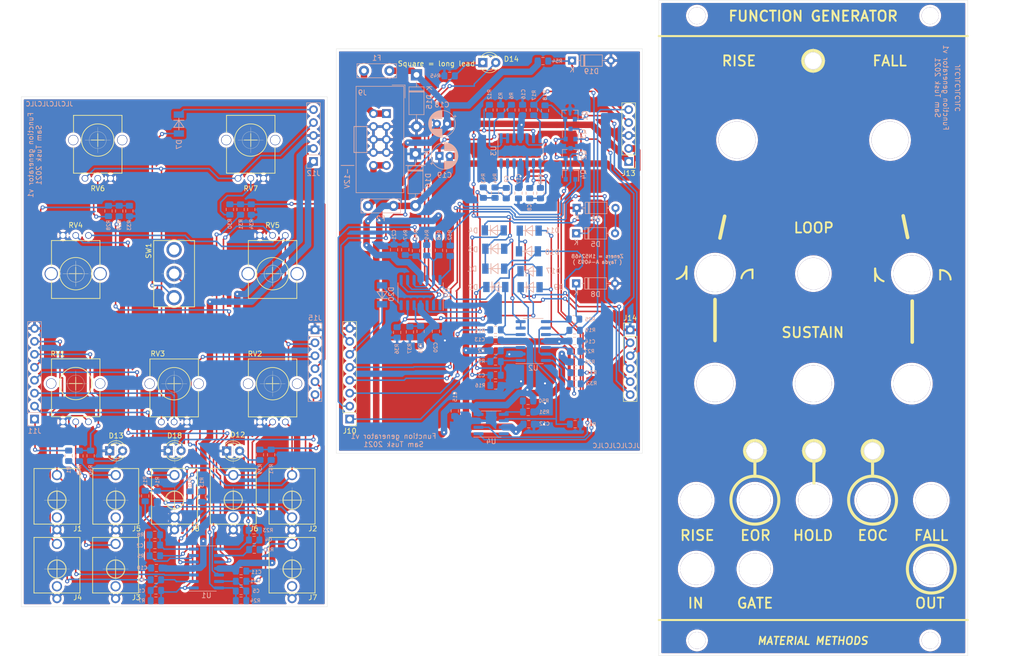
<source format=kicad_pcb>
(kicad_pcb (version 20211014) (generator pcbnew)
  (layers (0 "F.Cu" signal) (31 "B.Cu" signal) (34 "B.Paste" user) (35 "F.Paste" user) (36 "B.SilkS" user "B.Silkscreen") (37 "F.SilkS" user "F.Silkscreen") (38 "B.Mask" user) (39 "F.Mask" user) (44 "Edge.Cuts" user))
  (net 0 "")
  (net 1 "Net-(C1-Pad1)")
  (net 2 "Net-(C1-Pad2)")
  (net 3 "Net-(C2-Pad2)")
  (net 4 "Net-(C2-Pad1)")
  (net 5 "Net-(C3-Pad1)")
  (net 6 "/TRIGGER")
  (net 7 "Net-(C4-Pad2)")
  (net 8 "Net-(C4-Pad1)")
  (net 9 "Net-(C5-Pad1)")
  (net 10 "Net-(C5-Pad2)")
  (net 11 "STATE")
  (net 12 "Net-(C8-Pad2)")
  (net 13 "Net-(C8-Pad1)")
  (net 14 "Net-(C9-Pad2)")
  (net 15 "Net-(C9-Pad1)")
  (net 16 "+12V")
  (net 17 "GND")
  (net 18 "-12V")
  (net 19 "Net-(D1-Pad1)")
  (net 20 "Net-(D2-Pad2)")
  (net 21 "SUSTAIN_BUF")
  (net 22 "Net-(D5-Pad2)")
  (net 23 "Net-(D5-Pad1)")
  (net 24 "Net-(D7-Pad2)")
  (net 25 "Net-(D10-Pad1)")
  (net 26 "/EOC_indicator")
  (net 27 "/EOR_indicator")
  (net 28 "/OUT_LED")
  (net 29 "Net-(D14-Pad1)")
  (net 30 "Net-(D17-Pad2)")
  (net 31 "HOLD")
  (net 32 "VREF")
  (net 33 "/+12V_IN")
  (net 34 "/-12V_IN")
  (net 35 "/Fall_CV_in")
  (net 36 "/GATE_IN")
  (net 37 "OUT")
  (net 38 "Net-(Q1-Pad2)")
  (net 39 "Net-(Q3-Pad3)")
  (net 40 "Net-(R6-Pad2)")
  (net 41 "Net-(R12-Pad1)")
  (net 42 "Net-(R17-Pad2)")
  (net 43 "/Rise_pot")
  (net 44 "/Fall_pot")
  (net 45 "Net-(R35-Pad1)")
  (net 46 "Net-(R38-Pad1)")
  (net 47 "Net-(R46-Pad2)")
  (net 48 "Net-(R48-Pad2)")
  (net 49 "Net-(R50-Pad1)")
  (net 50 "Net-(R52-Pad2)")
  (net 51 "/Rise_CV_pot")
  (net 52 "/Fall_CV_pot")
  (net 53 "/Rise_shape_pot")
  (net 54 "/Fall_shape_pot")
  (net 55 "/Rise_CV_in")
  (net 56 "EOC_out")
  (net 57 "loop")
  (net 58 "EOR_out")
  (net 59 "gatein_b")
  (net 60 "in")
  (net 61 "RISE1_t")
  (net 62 "FALL1_t")
  (net 63 "RISE2_t")
  (net 64 "FALL2_t")
  (net 65 "EOC_out_t")
  (net 66 "EOR_out_t")
  (net 67 "VREF_t")
  (net 68 "loop_t")
  (net 69 "HOLD_INDICATOR_t")
  (net 70 "in_t")
  (net 71 "OUT_t")
  (net 72 "HOLD_INPUT_t")
  (net 73 "RISE2")
  (net 74 "RISE1")
  (net 75 "SUSTAIN")
  (net 76 "HOLD_INPUT")
  (net 77 "SUSTAIN_t")
  (net 78 "HOLD_INDICATOR")
  (net 79 "FALL2")
  (net 80 "FALL1")
  (net 81 "gatein_t")
  (net 82 "EOC_t")
  (net 83 "Net-(D8-Pad1)")
  (net 84 "Net-(D11-Pad2)")
  (net 85 "Net-(D20-Pad2)")
  (net 86 "/EORjack")
  (net 87 "Net-(R22-Pad1)")
  (net 88 "Net-(R26-Pad1)")
  (footprint "LED_THT:LED_D3.0mm" (layer "F.Cu") (at 70.275 99.45)
    (fp_text reference "D12")
    (fp_text value "LED")
  )
  (footprint "LED_THT:LED_D3.0mm" (layer "F.Cu") (at 47.325 99.425)
    (fp_text reference "D13")
    (fp_text value "LED")
  )
  (footprint "LED_THT:LED_D3.0mm" (layer "F.Cu") (at 120.5 23.3)
    (fp_text reference "D14")
    (fp_text value "Tayda A-1076")
  )
  (footprint "LED_THT:LED_D3.0mm" (layer "F.Cu") (at 58.8 99.4)
    (fp_text reference "D18")
    (fp_text value "LED")
  )
  (footprint "Eurocad:PJ301M-12_Compact" (layer "F.Cu") (at 37 109.1)
    (fp_text reference "J1")
    (fp_text value "PJ301M-12")
  )
  (footprint "Eurocad:PJ301M-12_Compact" (layer "F.Cu") (at 83.1 109.1)
    (fp_text reference "J2")
    (fp_text value "PJ301M-12")
  )
  (footprint "Eurocad:PJ301M-12_Compact" (layer "F.Cu") (at 48.5 122.6)
    (fp_text reference "J3")
    (fp_text value "PJ301M-12")
  )
  (footprint "Eurocad:PJ301M-12_Compact" (layer "F.Cu") (at 37 122.6)
    (fp_text reference "J4")
    (fp_text value "PJ301M-12")
  )
  (footprint "Eurocad:PJ301M-12_Compact" (layer "F.Cu") (at 48.525 109.1)
    (fp_text reference "J5")
    (fp_text value "PJ301M-12")
  )
  (footprint "Eurocad:PJ301M-12_Compact" (layer "F.Cu") (at 71.575 109.1)
    (fp_text reference "J6")
    (fp_text value "PJ301M-12")
  )
  (footprint "Eurocad:PJ301M-12_Compact" (layer "F.Cu") (at 83.1 122.6)
    (fp_text reference "J7")
    (fp_text value "PJ301M-12")
  )
  (footprint "Eurocad:PJ301M-12_Compact" (layer "F.Cu") (at 60.05 109.1)
    (fp_text reference "J8")
    (fp_text value "PJ301M-12")
  )
  (footprint "Eurocad:Alpha9mmPot" (layer "F.Cu") (at 40.68 86.23)
    (fp_text reference "RV1")
    (fp_text value "100k")
  )
  (footprint "Eurocad:Alpha9mmPot" (layer "F.Cu") (at 79.28 86.26)
    (fp_text reference "RV2")
    (fp_text value "100k")
  )
  (footprint "Eurocad:Alpha9mmPot" (layer "F.Cu") (at 59.98 86.26)
    (fp_text reference "RV3")
    (fp_text value "10k")
  )
  (footprint "Eurocad:SongHuei9mmPot" (layer "F.Cu") (at 40.68 64.69 180)
    (fp_text reference "RV4")
    (fp_text value "100k")
  )
  (footprint "Eurocad:SongHuei9mmPot" (layer "F.Cu") (at 79.28 64.69 180)
    (fp_text reference "RV5")
    (fp_text value "100k")
  )
  (footprint "Eurocad:Alpha9mmPot" (layer "F.Cu") (at 45 38.49)
    (fp_text reference "RV6")
    (fp_text value "10k")
  )
  (footprint "Eurocad:Alpha9mmPot" (layer "F.Cu") (at 75 38.49)
    (fp_text reference "RV7")
    (fp_text value "10k")
  )
  (footprint "Eurocad:SPDT toggle on-off-on" (layer "F.Cu") (at 59.97 64.69 -90)
    (fp_text reference "SW1")
    (fp_text value "SW_SPDT")
  )
  (footprint "Connector_PinHeader_2.54mm:PinHeader_1x05_P2.54mm_Vertical" (layer "F.Cu") (at 149.1 42.68 180)
    (fp_text reference "J13")
    (fp_text value "Conn_01x05_Male")
  )
  (footprint "Connector_PinHeader_2.54mm:PinHeader_1x06_P2.54mm_Vertical" (layer "F.Cu") (at 149.4 75.7)
    (fp_text reference "J14")
    (fp_text value "Conn_01x06_Female")
  )
  (footprint "Connector_PinHeader_2.54mm:PinHeader_1x08_P2.54mm_Vertical" (layer "F.Cu") (at 94.4 93.2 180)
    (fp_text reference "J10")
    (fp_text value "Conn_01x08_Female")
  )
  (footprint "Eurocad:Eurorack_LED_hole_with_ring" (layer "F.Cu") (at 185.27 22.95)
    (fp_text reference "REF**" hide)
    (fp_text value "Eurorack LED hole with ring")
  )
  (footprint "Eurocad:Eurorack_LED_hole_with_ring" (layer "F.Cu") (at 196.925 99.45)
    (fp_text reference "REF**" hide)
    (fp_text value "Eurorack LED hole with ring")
  )
  (footprint "Eurocad:Eurorack_LED_hole_with_ring" (layer "F.Cu") (at 185.425 99.425)
    (fp_text reference "REF**" hide)
    (fp_text value "Eurorack LED hole with ring")
  )
  (footprint "Eurocad:Eurorack_LED_hole_with_ring" (layer "F.Cu") (at 173.85 99.425)
    (fp_text reference "REF**" hide)
    (fp_text value "Eurorack LED hole with ring")
  )
  (footprint "Eurocad:Pothole_trimmer" (layer "F.Cu") (at 166.03 64.68)
    (fp_text reference "" hide)
    (fp_text value "Pothole_trimmer")
  )
  (footprint "Eurocad:Pothole_trimmer" (layer "F.Cu") (at 204.63 64.68)
    (fp_text reference "" hide)
    (fp_text value "Pothole_trimmer")
  )
  (footprint "Eurocad:Pothole_Davies1900H_white" (layer "F.Cu") (at 166.03 86.225)
    (fp_text reference "" hide)
    (fp_text value "Pothole_Davies1900H_white")
  )
  (footprint "Eurocad:Pothole_Davies1900H_white" (layer "F.Cu") (at 185.33 86.25)
    (fp_text reference "" hide)
    (fp_text value "Pothole_Davies1900H_white")
  )
  (footprint "Eurocad:Pothole_Davies1900H_white" (layer "F.Cu") (at 204.63 86.25)
    (fp_text reference "" hide)
    (fp_text value "Pothole_Davies1900H_white")
  )
  (footprint "Eurocad:Eurorack_toggle_switch_hole" (layer "F.Cu") (at 185.33 64.68)
    (fp_text reference "" hide)
    (fp_text value "Toggle switch")
  )
  (footprint "Eurocad:Eurorack_jack_hole" (layer "F.Cu") (at 185.45 109.1)
    (fp_text reference "" hide)
    (fp_text value "Eurorack jack hole")
  )
  (footprint "Eurocad:Eurorack_jack_hole" (layer "F.Cu") (at 173.85 109.1)
    (fp_text reference "" hide)
    (fp_text value "Eurorack jack hole")
  )
  (footprint "Eurocad:Eurorack_jack_hole" (layer "F.Cu") (at 162.35 109.1)
    (fp_text reference "" hide)
    (fp_text value "Eurorack jack hole")
  )
  (footprint "Eurocad:Eurorack_jack_hole" (layer "F.Cu") (at 196.925 109.1)
    (fp_text reference "" hide)
    (fp_text value "Eurorack jack hole")
  )
  (footprint "Eurocad:Eurorack_jack_hole" (layer "F.Cu") (at 208.45 109.1)
    (fp_text reference "" hide)
    (fp_text value "Eurorack jack hole")
  )
  (footprint "Eurocad:Eurorack_jack_hole" (layer "F.Cu") (at 162.35 122.6)
    (fp_text reference "" hide)
    (fp_text value "Eurorack jack hole")
  )
  (footprint "Eurocad:Eurorack_jack_hole" (layer "F.Cu") (at 173.85 122.6)
    (fp_text reference "" hide)
    (fp_text value "Eurorack jack hole")
  )
  (footprint "Eurocad:Eurorack_jack_hole" (layer "F.Cu") (at 208.45 122.6)
    (fp_text reference "" hide)
    (fp_text value "Eurorack jack hole")
  )
  (footprint "Eurocad:Eurorack Rail Hole" (layer "F.Cu") (at 162.5 14.1)
    (fp_text reference "REF**" hide)
    (fp_text value "Eurorack Rail Hole" hide)
  )
  (footprint "Eurocad:Eurorack Rail Hole" (layer "F.Cu") (at 208.225 14.1)
    (fp_text reference "REF**" hide)
    (fp_text value "Eurorack Rail Hole" hide)
  )
  (footprint "Eurocad:Eurorack Rail Hole" (layer "F.Cu") (at 162.5 136.6)
    (fp_text reference "REF**" hide)
    (fp_text value "Eurorack Rail Hole" hide)
  )
  (footprint "Eurocad:Eurorack Rail Hole" (layer "F.Cu") (at 208.225 136.6)
    (fp_text reference "REF**" hide)
    (fp_text value "Eurorack Rail Hole" hide)
  )
  (footprint "Eurocad:Pothole_MXR_white" (layer "F.Cu") (at 170.35 38.48 180)
    (fp_text reference "" hide)
    (fp_text value "Pothole_MXR_white")
  )
  (footprint "Eurocad:Pothole_MXR_white" (layer "F.Cu") (at 200.35 38.48 180)
    (fp_text reference "" hide)
    (fp_text value "Pothole_MXR_white")
  )
  (footprint "Capacitor_SMD:C_0805_2012Metric_Pad1.15x1.40mm_HandSolder_smallText" (layer "B.Cu") (at 56.4 126.8 180)
    (fp_text reference "C1")
    (fp_text value "47p")
  )
  (footprint "Capacitor_SMD:C_0805_2012Metric_Pad1.15x1.40mm_HandSolder_smallText" (layer "B.Cu") (at 56.2 117.9 180)
    (fp_text reference "C2")
    (fp_text value "47p")
  )
  (footprint "Capacitor_SMD:C_0805_2012Metric_Pad1.15x1.40mm_HandSolder_smallText" (layer "B.Cu") (at 123 84.6 180)
    (fp_text reference "C3")
    (fp_text value "100p")
  )
  (footprint "Capacitor_SMD:C_0805_2012Metric_Pad1.15x1.40mm_HandSolder_smallText" (layer "B.Cu") (at 75.675 116.9)
    (fp_text reference "C4")
    (fp_text value "47p")
  )
  (footprint "Capacitor_SMD:C_0805_2012Metric_Pad1.15x1.40mm_HandSolder_smallText" (layer "B.Cu") (at 73.1 126.9)
    (fp_text reference "C5")
    (fp_text value "47p")
  )
  (footprint "Capacitor_SMD:C_0805_2012Metric_Pad1.15x1.40mm_HandSolder_smallText" (layer "B.Cu") (at 129.7 48.9 90)
    (fp_text reference "C8")
    (fp_text value "10n (c0g?)")
  )
  (footprint "Capacitor_SMD:C_0805_2012Metric_Pad1.15x1.40mm_HandSolder_smallText" (layer "B.Cu") (at 125.1 48.9 -90)
    (fp_text reference "C9")
    (fp_text value "100pF")
  )
  (footprint "Capacitor_SMD:C_0805_2012Metric_Pad1.15x1.40mm_HandSolder_smallText" (layer "B.Cu") (at 56.5 122.4)
    (fp_text reference "C10")
    (fp_text value "100n")
  )
  (footprint "Capacitor_SMD:C_0805_2012Metric_Pad1.15x1.40mm_HandSolder_smallText" (layer "B.Cu") (at 73.1 123)
    (fp_text reference "C11")
    (fp_text value "100n")
  )
  (footprint "Capacitor_SMD:C_0805_2012Metric_Pad1.15x1.40mm_HandSolder_smallText" (layer "B.Cu") (at 129.5 94.2)
    (fp_text reference "C12")
    (fp_text value "100n")
  )
  (footprint "Capacitor_SMD:C_0805_2012Metric_Pad1.15x1.40mm_HandSolder_smallText" (layer "B.Cu") (at 123 77.7)
    (fp_text reference "C13")
    (fp_text value "100n")
  )
  (footprint "Capacitor_SMD:C_0805_2012Metric_Pad1.15x1.40mm_HandSolder_smallText" (layer "B.Cu") (at 138.5 77.9)
    (fp_text reference "C14")
    (fp_text value "100n")
  )
  (footprint "Capacitor_SMD:C_0805_2012Metric_Pad1.15x1.40mm_HandSolder_smallText" (layer "B.Cu") (at 115 91.6 -90)
    (fp_text reference "C15")
    (fp_text value "100n")
  )
  (footprint "Capacitor_SMD:C_0805_2012Metric_Pad1.15x1.40mm_HandSolder_smallText" (layer "B.Cu") (at 128.3 32.6 -90)
    (fp_text reference "C16")
    (fp_text value "100n")
  )
  (footprint "Capacitor_SMD:C_0805_2012Metric_Pad1.15x1.40mm_HandSolder_smallText" (layer "B.Cu") (at 127.5 48.9 -90)
    (fp_text reference "C17")
    (fp_text value "100n")
  )
  (footprint "Capacitor_SMD:C_0805_2012Metric_Pad1.15x1.40mm_HandSolder_smallText" (layer "B.Cu") (at 111.3 76 90)
    (fp_text reference "C20")
    (fp_text value "100n")
  )
  (footprint "Capacitor_SMD:C_0805_2012Metric_Pad1.15x1.40mm_HandSolder_smallText" (layer "B.Cu") (at 103.1 60 90)
    (fp_text reference "C21")
    (fp_text value "100n")
  )
  (footprint "Eurocad:LL4148_sam" (layer "B.Cu") (at 121.6 64.7)
    (fp_text reference "D1")
    (fp_text value "FDLL4148")
  )
  (footprint "Eurocad:LL4148_sam" (layer "B.Cu") (at 121.8 68.3)
    (fp_text reference "D2")
    (fp_text value "FDLL4148")
  )
  (footprint "Eurocad:LL4148_sam" (layer "B.Cu") (at 121.6 60.8)
    (fp_text reference "D3")
    (fp_text value "FDLL4148")
  )
  (footprint "Eurocad:LL4148_sam" (layer "B.Cu") (at 121.5 57.2)
    (fp_text reference "D4")
    (fp_text value "FDLL4148")
  )
  (footprint "Diode_THT:D_DO-35_SOD27_P7.62mm_Horizontal" (layer "B.Cu") (at 138.810721 56.774999)
    (fp_text reference "D5")
    (fp_text value "7.5V")
  )
  (footprint "Diode_THT:D_DO-35_SOD27_P7.62mm_Horizontal" (layer "B.Cu") (at 138.9 51.8)
    (fp_text reference "D6")
    (fp_text value "7.5V")
  )
  (footprint "Eurocad:LL4148_sam" (layer "B.Cu") (at 59.9 34.1 -90)
    (fp_text reference "D7")
    (fp_text value "FDLL4148")
  )
  (footprint "Diode_THT:D_DO-35_SOD27_P7.62mm_Horizontal" (layer "B.Cu") (at 138.8 66.6)
    (fp_text reference "D8")
    (fp_text value "7.5V")
  )
  (footprint "Eurocad:LL4148_sam" (layer "B.Cu") (at 128.53 68.34)
    (fp_text reference "D9")
    (fp_text value "FDLL4148")
  )
  (footprint "Eurocad:LL4148_sam" (layer "B.Cu") (at 128.2 61.3)
    (fp_text reference "D10")
    (fp_text value "FDLL4148")
  )
  (footprint "Eurocad:LL4148_sam" (layer "B.Cu") (at 128.348396 57.25)
    (fp_text reference "D11")
    (fp_text value "FDLL4148")
  )
  (footprint "Diode_THT:D_DO-41_SOD81_P10.16mm_Horizontal" (layer "B.Cu") (at 107.3 41.2 -90)
    (fp_text reference "D16")
    (fp_text value "1N4001")
  )
  (footprint "Eurocad:LL4148_sam" (layer "B.Cu") (at 128.5 65.2)
    (fp_text reference "D17")
    (fp_text value "FDLL4148")
  )
  (footprint "Capacitor_THT:C_Disc_D7.5mm_W2.5mm_P5.00mm" (layer "B.Cu") (at 98 51.4)
    (fp_text reference "F2")
    (fp_text value "250mA (A-1391)")
  )
  (footprint "Package_TO_SOT_SMD:SOT-23" (layer "B.Cu") (at 137.6 33.4 90)
    (fp_text reference "Q1")
    (fp_text value "MMBT3906")
  )
  (footprint "Package_TO_SOT_SMD:SOT-23" (layer "B.Cu") (at 137.7 41.1 90)
    (fp_text reference "Q2")
    (fp_text value "MMBT3904")
  )
  (footprint "Package_TO_SOT_SMD:SOT-23" (layer "B.Cu") (at 137.7 37.3 90)
    (fp_text reference "Q3")
    (fp_text value "MMBT3906")
  )
  (footprint "Package_TO_SOT_SMD:SOT-23" (layer "B.Cu") (at 137.7 45.2 90)
    (fp_text reference "Q4")
    (fp_text value "MMBT3904")
  )
  (footprint "Eurocad:R_0805_2012Metric_Pad1.15x1.40mm_HandSolder_smallText" (layer "B.Cu") (at 39.3 100.4 90)
    (fp_text reference "R1")
    (fp_text value "100k")
  )
  (footprint "Eurocad:R_0805_2012Metric_Pad1.15x1.40mm_HandSolder_smallText" (layer "B.Cu") (at 123 79.8 180)
    (fp_text reference "R2")
    (fp_text value "1M")
  )
  (footprint "Eurocad:R_0805_2012Metric_Pad1.15x1.40mm_HandSolder_smallText" (layer "B.Cu") (at 124 32.6 -90)
    (fp_text reference "R3")
    (fp_text value "1M")
  )
  (footprint "Eurocad:R_0805_2012Metric_Pad1.15x1.40mm_HandSolder_smallText" (layer "B.Cu") (at 56.4 124.7)
    (fp_text reference "R4")
    (fp_text value "100k")
  )
  (footprint "Eurocad:R_0805_2012Metric_Pad1.15x1.40mm_HandSolder_smallText" (layer "B.Cu") (at 56.2 120 180)
    (fp_text reference "R5")
    (fp_text value "100k")
  )
  (footprint "Eurocad:R_0805_2012Metric_Pad1.15x1.40mm_HandSolder_smallText" (layer "B.Cu") (at 126.1 32.6 -90)
    (fp_text reference "R6")
    (fp_text value "10k")
  )
  (footprint "Eurocad:R_0805_2012Metric_Pad1.15x1.40mm_HandSolder_smallText" (layer "B.Cu") (at 56.4 128.8)
    (fp_text reference "R7")
    (fp_text value "100k")
  )
  (footprint "Eurocad:R_0805_2012Metric_Pad1.15x1.40mm_HandSolder_smallText" (layer "B.Cu") (at 56.2 115.9)
    (fp_text reference "R8")
    (fp_text value "100k")
  )
  (footprint "Eurocad:R_0805_2012Metric_Pad1.15x1.40mm_HandSolder_smallText" (layer "B.Cu") (at 123 81.9 180)
    (fp_text reference "R9")
    (fp_text value "2.2M")
  )
  (footprint "Eurocad:R_0805_2012Metric_Pad1.15x1.40mm_HandSolder_smallText" (layer "B.Cu") (at 63.1 108.4 -90)
    (fp_text reference "R10")
    (fp_text value "47k")
  )
  (footprint "Eurocad:R_0805_2012Metric_Pad1.15x1.40mm_HandSolder_smallText" (layer "B.Cu") (at 54.3 108.275 90)
    (fp_text reference "R11")
    (fp_text value "47k")
  )
  (footprint "Eurocad:R_0805_2012Metric_Pad1.15x1.40mm_HandSolder_smallText" (layer "B.Cu") (at 121.8 32.6 90)
    (fp_text reference "R12")
    (fp_text value "10k")
  )
  (footprint "Eurocad:R_0805_2012Metric_Pad1.15x1.40mm_HandSolder_smallText" (layer "B.Cu") (at 65.4 108.4 -90)
    (fp_text reference "R13")
    (fp_text value "1k")
  )
  (footprint "Eurocad:R_0805_2012Metric_Pad1.15x1.40mm_HandSolder_smallText" (layer "B.Cu") (at 56.7 108.3 -90)
    (fp_text reference "R14")
    (fp_text value "1k")
  )
  (footprint "Eurocad:R_0805_2012Metric_Pad1.15x1.40mm_HandSolder_smallText" (layer "B.Cu") (at 123 75.7 180)
    (fp_text reference "R15")
    (fp_text value "10k")
  )
  (footprint "Eurocad:R_0805_2012Metric_Pad1.15x1.40mm_HandSolder_smallText" (layer "B.Cu") (at 123 86.6)
    (fp_text reference "R16")
    (fp_text value "100k")
  )
  (footprint "Eurocad:R_0805_2012Metric_Pad1.15x1.40mm_HandSolder_smallText" (layer "B.Cu") (at 130.5 32.6 -90)
    (fp_text reference "R17")
    (fp_text value "1k")
  )
  (footprint "Eurocad:R_0805_2012Metric_Pad1.15x1.40mm_HandSolder_smallText" (layer "B.Cu") (at 132.7 32.7 -90)
    (fp_text reference "R18")
    (fp_text value "10k")
  )
  (footprint "Eurocad:R_0805_2012Metric_Pad1.15x1.40mm_HandSolder_smallText" (layer "B.Cu") (at 138.5 75.8)
    (fp_text reference "R19")
    (fp_text value "10k")
  )
  (footprint "Eurocad:R_0805_2012Metric_Pad1.15x1.40mm_HandSolder_smallText" (layer "B.Cu") (at 75.7 118.8 180)
    (fp_text reference "R20")
    (fp_text value "100k")
  )
  (footprint "Eurocad:R_0805_2012Metric_Pad1.15x1.40mm_HandSolder_smallText" (layer "B.Cu") (at 73.1 125 180)
    (fp_text reference "R21")
    (fp_text value "100k")
  )
  (footprint "Eurocad:R_0805_2012Metric_Pad1.15x1.40mm_HandSolder_smallText" (layer "B.Cu") (at 138.7 84.1)
    (fp_text reference "R22")
    (fp_text value "10k")
  )
  (footprint "Eurocad:R_0805_2012Metric_Pad1.15x1.40mm_HandSolder_smallText" (layer "B.Cu") (at 75.6 115 180)
    (fp_text reference "R23")
    (fp_text value "100k")
  )
  (footprint "Eurocad:R_0805_2012Metric_Pad1.15x1.40mm_HandSolder_smallText" (layer "B.Cu") (at 73.1 128.8 180)
    (fp_text reference "R24")
    (fp_text value "100k")
  )
  (footprint "Eurocad:R_0805_2012Metric_Pad1.15x1.40mm_HandSolder_smallText" (layer "B.Cu") (at 138.4 73.6)
    (fp_text reference "R25")
    (fp_text value "100k")
  )
  (footprint "Eurocad:R_0805_2012Metric_Pad1.15x1.40mm_HandSolder_smallText" (layer "B.Cu") (at 138.7 82 180)
    (fp_text reference "R26")
    (fp_text value "100k")
  )
  (footprint "Eurocad:R_0805_2012Metric_Pad1.15x1.40mm_HandSolder_smallText" (layer "B.Cu") (at 138.6 79.9 180)
    (fp_text reference "R27")
    (fp_text value "1k")
  )
  (footprint "Eurocad:R_0805_2012Metric_Pad1.15x1.40mm_HandSolder_smallText" (layer "B.Cu") (at 47.1 52.4 90)
    (fp_text reference "R28")
    (fp_text value "22k")
  )
  (footprint "Eurocad:R_0805_2012Metric_Pad1.15x1.40mm_HandSolder_smallText" (layer "B.Cu") (at 49.2 52.4 90)
    (fp_text reference "R29")
    (fp_text value "47k")
  )
  (footprint "Eurocad:R_0805_2012Metric_Pad1.15x1.40mm_HandSolder_smallText" (layer "B.Cu") (at 70.9 52.1 90)
    (fp_text reference "R30")
    (fp_text value "22k")
  )
  (footprint "Eurocad:R_0805_2012Metric_Pad1.15x1.40mm_HandSolder_smallText" (layer "B.Cu") (at 73 52.1 90)
    (fp_text reference "R31")
    (fp_text value "47k")
  )
  (footprint "Eurocad:R_0805_2012Metric_Pad1.15x1.40mm_HandSolder_smallText" (layer "B.Cu") (at 138.67 86.28)
    (fp_text reference "R32")
    (fp_text value "470k")
  )
  (footprint "Eurocad:R_0805_2012Metric_Pad1.15x1.40mm_HandSolder_smallText" (layer "B.Cu") (at 51.2 52.4 -90)
    (fp_text reference "R33")
    (fp_text value "1k")
  )
  (footprint "Eurocad:R_0805_2012Metric_Pad1.15x1.40mm_HandSolder_smallText" (layer "B.Cu") (at 75.1 52.1 -90)
    (fp_text reference "R34")
    (fp_text value "1k")
  )
  (footprint "Eurocad:R_0805_2012Metric_Pad1.15x1.40mm_HandSolder_smallText" (layer "B.Cu") (at 108.3 76 -90)
    (fp_text reference "R35")
    (fp_text value "100k")
  )
  (footprint "Eurocad:R_0805_2012Metric_Pad1.15x1.40mm_HandSolder_smallText" (layer "B.Cu") (at 103.7 76.2 90)
    (fp_text reference "R36")
    (fp_text value "100k")
  )
  (footprint "Eurocad:R_0805_2012Metric_Pad1.15x1.40mm_HandSolder_smallText" (layer "B.Cu") (at 106.2 76.1 90)
    (fp_text reference "R37")
    (fp_text value "100k")
  )
  (footprint "Eurocad:R_0805_2012Metric_Pad1.15x1.40mm_HandSolder_smallText" (layer "B.Cu") (at 131.8 48.9 -90)
    (fp_text reference "R38")
    (fp_text value "1k")
  )
  (footprint "Eurocad:R_0805_2012Metric_Pad1.15x1.40mm_HandSolder_smallText" (layer "B.Cu") (at 76.8 100.2 90)
    (fp_text reference "R39")
    (fp_text value "10k (LR)")
  )
  (footprint "Eurocad:R_0805_2012Metric_Pad1.15x1.40mm_HandSolder_smallText" (layer "B.Cu") (at 43.6 100.4 90)
    (fp_text reference "R40")
    (fp_text value "10k (LR)")
  )
  (footprint "Eurocad:R_0805_2012Metric_Pad1.15x1.40mm_HandSolder_smallText" (layer "B.Cu") (at 79 100.2 90)
    (fp_text reference "R41")
    (fp_text value "1k")
  )
  (footprint "Eurocad:R_0805_2012Metric_Pad1.15x1.40mm_HandSolder_smallText" (layer "B.Cu") (at 41.4 100.425 90)
    (fp_text reference "R42")
    (fp_text value "1k")
  )
  (footprint "Eurocad:R_0805_2012Metric_Pad1.15x1.40mm_HandSolder_smallText" (layer "B.Cu") (at 120.6 48.8 -90)
    (fp_text reference "R43")
    (fp_text value "4.7k")
  )
  (footprint "Eurocad:R_0805_2012Metric_Pad1.15x1.40mm_HandSolder_smallText" (layer "B.Cu") (at 122.9 48.8 -90)
    (fp_text reference "R44")
    (fp_text value "220R")
  )
  (footprint "Eurocad:R_0805_2012Metric_Pad1.15x1.40mm_HandSolder_smallText" (layer "B.Cu") (at 114 25.9)
    (fp_text reference "R45")
    (fp_text value "1k")
  )
  (footprint "Eurocad:R_0805_2012Metric_Pad1.15x1.40mm_HandSolder_smallText" (layer "B.Cu") (at 107.4 60.2 -90)
    (fp_text reference "R46")
    (fp_text value "10k")
  )
  (footprint "Eurocad:R_0805_2012Metric_Pad1.15x1.40mm_HandSolder_smallText" (layer "B.Cu") (at 105.3 60 90)
    (fp_text reference "R47")
    (fp_text value "100k")
  )
  (footprint "Eurocad:R_0805_2012Metric_Pad1.15x1.40mm_HandSolder_smallText" (layer "B.Cu") (at 111.9 60.1 -90)
    (fp_text reference "R48")
    (fp_text value "100k")
  )
  (footprint "Eurocad:R_0805_2012Metric_Pad1.15x1.40mm_HandSolder_smallText" (layer "B.Cu") (at 129.373526 89.624999)
    (fp_text reference "R50")
    (fp_text value "100k")
  )
  (footprint "Eurocad:R_0805_2012Metric_Pad1.15x1.40mm_HandSolder_smallText" (layer "B.Cu") (at 129.4 91.8 180)
    (fp_text reference "R51")
    (fp_text value "47k")
  )
  (footprint "Eurocad:R_0805_2012Metric_Pad1.15x1.40mm_HandSolder_smallText" (layer "B.Cu") (at 114.1 60.2 -90)
    (fp_text reference "R52")
    (fp_text value "10k (LR)")
  )
  (footprint "Eurocad:R_0805_2012Metric_Pad1.15x1.40mm_HandSolder_smallText" (layer "B.Cu") (at 138.6 94.2)
    (fp_text reference "R53")
    (fp_text value "100k")
  )
  (footprint "Eurocad:R_0805_2012Metric_Pad1.15x1.40mm_HandSolder_smallText" (layer "B.Cu") (at 132.3 23 180)
    (fp_text reference "R54")
    (fp_text value "1k")
  )
  (footprint "Package_SO:SOIC-14_3.9x8.7mm_P1.27mm" (layer "B.Cu") (at 66.3 122.5)
    (fp_text reference "U1")
    (fp_text value "TL074")
  )
  (footprint "Package_SO:SOIC-14_3.9x8.7mm_P1.27mm" (layer "B.Cu") (at 130.4 77.9)
    (fp_text reference "U2")
    (fp_text value "TL074")
  )
  (footprint "Package_SO:SOIC-14_3.9x8.7mm_P1.27mm" (layer "B.Cu") (at 127.9 40.6 -90)
    (fp_text reference "U3")
    (fp_text value "TL074")
  )
  (footprint "Package_SO:SOIC-8_3.9x4.9mm_P1.27mm" (layer "B.Cu") (at 122.138766 94.174999)
    (fp_text reference "U4")
    (fp_text value "DG419LDY")
  )
  (footprint "Package_SO:SOIC-14_3.9x8.7mm_P1.27mm" (layer "B.Cu") (at 108.3 68.4 90)
    (fp_text reference "U5")
    (fp_text value "TL074")
  )
  (footprint "Connector_PinHeader_2.54mm:PinHeader_1x06_P2.54mm_Vertical" (layer "B.Cu") (at 87.6 75.7 180)
    (fp_text reference "J15")
    (fp_text value "Conn_01x06_Male")
  )
  (footprint "Connector_PinHeader_2.54mm:PinHeader_1x05_P2.54mm_Vertical" (layer "B.Cu") (at 87.3 42.68)
    (fp_text reference "J12")
    (fp_text value "Conn_01x05_Female")
  )
  (footprint "Capacitor_THT:CP_Radial_D5.0mm_P2.00mm" (layer "B.Cu") (at 112 41.6)
    (fp_text reference "C19")
    (fp_text value "10uF")
  )
  (footprint "Capacitor_THT:CP_Radial_D5.0mm_P2.00mm" (layer "B.Cu") (at 113.5 35.3 180)
    (fp_text reference "C18")
    (fp_text value "10uF")
  )
  (footprint "Diode_THT:D_DO-41_SOD81_P10.16mm_Horizontal" (layer "B.Cu") (at 107.5 25.7 -90)
    (fp_text reference "D15")
    (fp_text value "1N4001")
  )
  (footprint "Capacitor_THT:C_Disc_D7.5mm_W2.5mm_P5.00mm" (layer "B.Cu") (at 102.2 24.9 180)
    (fp_text reference "F1")
    (fp_text value "250mA (A-1391)")
  )
  (footprint "Eurocad:Eurorack_power_header" (layer "B.Cu") (at 101.6 33.3 180)
    (fp_text reference "J9")
    (fp_text value "EURO_PWR_2x5")
  )
  (footprint "Diode_THT:D_DO-35_SOD27_P7.62mm_Horizontal" (layer "B.Cu") (at 138 22.9)
    (fp_text reference "D19")
    (fp_text value "7.5V")
  )
  (footprint "Connector_PinHeader_2.54mm:PinHeader_1x08_P2.54mm_Vertical" (layer "B.Cu") (at 32.6 93.2)
    (fp_text reference "J11")
    (fp_text value "Conn_01x08_Male")
  )
  (footprint "Eurocad:R_0805_2012Metric_Pad1.15x1.40mm_HandSolder_smallText" (layer "B.Cu") (at 109.5 60.1 90)
    (fp_text reference "R49")
    (fp_text value "10k")
  )
  (footprint "Eurocad:LL4148_sam" (layer "B.Cu") (at 101.75 70.09 90)
    (fp_text reference "D20")
    (fp_text value "FDLL4148")
  )
  (gr_circle (center 208.45 122.6) (end 213.151064 122.6) (layer "F.SilkS") (width 0.6) (fill none))
  (gr_arc (start 171.214838 65.581843) (mid 171.793336 64.466141) (end 172.93 63.93) (layer "F.SilkS") (width 0.4))
  (gr_line (start 202.925 53.35) (end 203.8 57.6) (layer "F.SilkS") (width 0.7))
  (gr_line (start 204.705 70.055) (end 204.705 78.105) (layer "F.SilkS") (width 0.7))
  (gr_line (start 173.38 63.88) (end 173.38 65.58) (layer "F.SilkS") (width 0.4))
  (gr_arc (start 199.082771 66.172065) (mid 197.83707 65.204128) (end 197.43 63.68) (layer "F.SilkS") (width 0.4))
  (gr_line (start 197.43 63.68) (end 197.43 66.13) (layer "F.SilkS") (width 0.4))
  (gr_line (start 210.68 64.029535) (end 210.18 63.98) (layer "F.SilkS") (width 0.4))
  (gr_arc (start 210.729558 64.032044) (mid 211.788915 64.67304) (end 212.23 65.83) (layer "F.SilkS") (width 0.4))
  (gr_line (start 210.18 63.98) (end 210.18 65.83) (layer "F.SilkS") (width 0.4))
  (gr_line (start 172.93 63.93) (end 173.38 63.88) (layer "F.SilkS") (width 0.4))
  (gr_line (start 155 132.6) (end 215.6 132.6) (layer "F.SilkS") (width 0.4))
  (gr_line (start 196.925 104.375) (end 196.925 101.525) (layer "F.SilkS") (width 0.6))
  (gr_circle (center 196.925 109.1) (end 201.626064 109.1) (layer "F.SilkS") (width 0.6) (fill none))
  (gr_line (start 185.425 105.75) (end 185.425 101.65) (layer "F.SilkS") (width 0.6))
  (gr_line (start 160.43 63.28) (end 160.43 65.73) (layer "F.SilkS") (width 0.4))
  (gr_line (start 155 18.1) (end 215.6 18.1) (layer "F.SilkS") (width 0.4))
  (gr_line (start 167.925 53.425) (end 167 57.7) (layer "F.SilkS") (width 0.7))
  (gr_circle (center 173.85 109.1) (end 178.551064 109.1) (layer "F.SilkS") (width 0.6) (fill none))
  (gr_line (start 173.85 104.398936) (end 173.85 101.525) (layer "F.SilkS") (width 0.6))
  (gr_arc (start 160.417088 63.28076) (mid 159.884645 64.822125) (end 158.53 65.73) (layer "F.SilkS") (width 0.4))
  (gr_line (start 166.03 69.755) (end 166.03 77.805) (layer "F.SilkS") (width 0.7))
  (gr_line (start 30 130) (end 30 30) (layer "Edge.Cuts") (width 0.05))
  (gr_line (start 151.8 99.9) (end 91.8 99.9) (layer "Edge.Cuts") (width 0.05))
  (gr_line (start 151.8 20.6) (end 91.8 20.6) (layer "Edge.Cuts") (width 0.05))
  (gr_line (start 151.8 24.9) (end 151.8 99.9) (layer "Edge.Cuts") (width 0.05))
  (gr_line (start 91.8 20.6) (end 91.8 24.9) (layer "Edge.Cuts") (width 0.05))
  (gr_line (start 151.8 20.6) (end 151.8 24.9) (layer "Edge.Cuts") (width 0.05))
  (gr_line (start 215.6 139.6) (end 215.6 11.1) (layer "Edge.Cuts") (width 0.05))
  (gr_line (start 155 11.1) (end 215.6 11.1) (layer "Edge.Cuts") (width 0.05))
  (gr_line (start 91.8 99.9) (end 91.8 24.9) (layer "Edge.Cuts") (width 0.05))
  (gr_line (start 155 139.6) (end 215.6 139.6) (layer "Edge.Cuts") (width 0.05))
  (gr_line (start 90 30) (end 90 130) (layer "Edge.Cuts") (width 0.05))
  (gr_line (start 30 30) (end 90 30) (layer "Edge.Cuts") (width 0.05))
  (gr_line (start 155 11.1) (end 155 139.6) (layer "Edge.Cuts") (width 0.05))
  (gr_line (start 90 130) (end 30 130) (layer "Edge.Cuts") (width 0.05))
  (gr_text "JLCJLCJLCJLC" (at 213.63 28.28 90) (layer "B.SilkS") (effects (font (size 0.9 0.9)) (justify mirror)))
  (gr_text "Function generator v1\nSam Tusk 2021\n" (at 210.48 28.2 270) (layer "B.SilkS") (effects (font (size 1 1)) (justify mirror)))
  (gr_text "Function generator v1\nSam Tusk 2021\n" (at 102.99 97.36) (layer "B.SilkS") (effects (font (size 1 1)) (justify mirror)))
  (gr_text "Function generator v1\nSam Tusk 2021\n" (at 32.66 41.43 90) (layer "B.SilkS") (effects (font (size 1 1)) (justify mirror)))
  (gr_text "JLCJLCJLCJLC" (at 146.66 98.41) (layer "B.SilkS") (effects (font (size 0.9 0.9)) (justify mirror)))
  (gr_text "JLCJLCJLCJLC" (at 35.52 31.41) (layer "B.SilkS") (effects (font (size 0.9 0.9)) (justify mirror)))
  (gr_text "Zeners = 1N5246B\n( Tayda A-4093 )" (at 142.96 61.84) (layer "B.SilkS") (effects (font (size 0.7 0.7)) (justify mirror)))
  (gr_text "RISE" (at 162.55 116.025) (layer "F.SilkS") (effects (font (size 2 2) (thickness 0.35))))
  (gr_text "FALL" (at 200.275 22.975) (layer "F.SilkS") (effects (font (size 2 2) (thickness 0.35))))
  (gr_text "LOOP" (at 185.4 55.7) (layer "F.SilkS") (effects (font (size 2 2) (thickness 0.35))))
  (gr_text "RISE" (at 170.725 22.975) (layer "F.SilkS") (effects (font (size 2 2) (thickness 0.35))))
  (gr_text "IN\n" (at 162.25 129.3) (layer "F.SilkS") (effects (font (size 2 2) (thickness 0.35))))
  (gr_text "FUNCTION GENERATOR" (at 185.275 14.2) (layer "F.SilkS") (effects (font (size 2 2) (thickness 0.375))))
  (gr_text "EOR" (at 173.975 116.025) (layer "F.SilkS") (effects (font (size 2 2) (thickness 0.35))))
  (gr_text "HOLD" (at 185.25 116.025) (layer "F.SilkS") (effects (font (size 2 2) (thickness 0.35))))
  (gr_text "EOC" (at 196.975 116.025) (layer "F.SilkS") (effects (font (size 2 2) (thickness 0.35))))
  (gr_text "GATE" (at 173.875 129.3) (layer "F.SilkS") (effects (font (size 2 2) (thickness 0.35))))
  (gr_text "Square = long lead" (at 111.4 23.5) (layer "F.SilkS") (effects (font (size 1 1))))
  (gr_text "FALL" (at 208.425 116.025) (layer "F.SilkS") (effects (font (size 2 2) (thickness 0.35))))
  (gr_text "MATERIAL METHODS" (at 185.2 136.675) (layer "F.SilkS") (effects (font (size 1.5 1.5) (thickness 0.3) italic)))
  (gr_text "SUSTAIN" (at 185.205 76.23) (layer "F.SilkS") (effects (font (size 2 2) (thickness 0.35))))
  (gr_text "OUT" (at 208.15 129.3) (layer "F.SilkS") (effects (font (size 2 2) (thickness 0.35))))
  (target plus (at 48.5 109.1) (size 5) (width 0.05) (layer "Edge.Cuts"))
  (target plus (at 60.1 109.1) (size 5) (width 0.05) (layer "Edge.Cuts"))
  (target plus (at 71.575 109.1) (size 5) (width 0.05) (layer "Edge.Cuts"))
  (target plus (at 83.1 109.1) (size 5) (width 0.05) (layer "Edge.Cuts"))
  (target plus (at 83.1 122.6) (size 5) (width 0.05) (layer "Edge.Cuts"))
  (target plus (at 48.5 122.6) (size 5) (width 0.05) (layer "Edge.Cuts"))
  (target plus (at 37 122.6) (size 5) (width 0.05) (layer "Edge.Cuts"))
  (target plus (at 71.575 99.45) (size 5) (width 0.05) (layer "Edge.Cuts"))
  (target plus (at 60.075 99.425) (size 5) (width 0.05) (layer "Edge.Cuts"))
  (target plus (at 48.6 99.425) (size 5) (width 0.05) (layer "Edge.Cuts"))
  (target plus (at 166.03 64.68) (size 5) (width 0.05) (layer "Edge.Cuts"))
  (target plus (at 208.45 109.1) (size 5) (width 0.05) (layer "Edge.Cuts"))
  (target plus (at 204.63 86.25) (size 5) (width 0.05) (layer "Edge.Cuts"))
  (target plus (at 185.33 86.25) (size 5) (width 0.05) (layer "Edge.Cuts"))
  (target plus (at 185.45 109.1) (size 5) (width 0.05) (layer "Edge.Cuts"))
  (target plus (at 204.63 64.68) (size 5) (width 0.05) (layer "Edge.Cuts"))
  (target plus (at 196.925 109.1) (size 5) (width 0.05) (layer "Edge.Cuts"))
  (target plus (at 162.35 109.1) (size 5) (width 0.05) (layer "Edge.Cuts"))
  (target plus (at 185.33 64.68) (size 5) (width 0.05) (layer "Edge.Cuts"))
  (target plus (at 173.85 122.6) (size 5) (width 0.05) (layer "Edge.Cuts"))
  (target plus (at 162.35 122.6) (size 5) (width 0.05) (layer "Edge.Cuts"))
  (target plus (at 208.45 122.6) (size 5) (width 0.05) (layer "Edge.Cuts"))
  (target plus (at 166.03 86.225) (size 5) (width 0.05) (layer "Edge.Cuts"))
  (target plus (at 173.85 109.1) (size 5) (width 0.05) (layer "Edge.Cuts"))
  (target plus (at 185.275 22.95) (size 5) (width 0.05) (layer "Edge.Cuts"))
  (target plus (at 185.45 109.1) (size 5) (width 0.05) (layer "Edge.Cuts"))
  (target plus (at 196.925 109.1) (size 5) (width 0.05) (layer "Edge.Cuts"))
  (target plus (at 196.925 99.45) (size 5) (width 0.05) (layer "Edge.Cuts"))
  (target plus (at 185.425 99.425) (size 5) (width 0.05) (layer "Edge.Cuts"))
  (target plus (at 173.95 99.425) (size 5) (width 0.05) (layer "Edge.Cuts"))
  (target plus (at 173.85 109.1) (size 5) (width 0.05) (layer "Edge.Cuts"))
  (target plus (at 204.63 64.68) (size 5) (width 0.05) (layer "Edge.Cuts"))
  (target plus (at 200.35 38.48) (size 5) (width 0.05) (layer "Edge.Cuts"))
  (target plus (at 166.03 64.68) (size 5) (width 0.05) (layer "Edge.Cuts"))
  (target plus (at 170.35 38.48) (size 5) (width 0.05) (layer "Edge.Cuts"))
  (target plus (at 59.98 86.26) (size 5) (width 0.05) (layer "Edge.Cuts"))
  (target plus (at 59.98 64.69) (size 5) (width 0.05) (layer "Edge.Cuts"))
  (target plus (at 79.28 86.26) (size 5) (width 0.05) (layer "Edge.Cuts"))
  (target plus (at 40.68 64.69) (size 5) (width 0.05) (layer "Edge.Cuts"))
  (target plus (at 40.68 64.69) (size 5) (width 0.05) (layer "Edge.Cuts"))
  (target plus (at 37 109.1) (size 5) (width 0.05) (layer "Edge.Cuts"))
  (target plus (at 75 38.49) (size 5) (width 0.05) (layer "Edge.Cuts"))
  (target plus (at 40.68 86.235) (size 5) (width 0.05) (layer "Edge.Cuts"))
  (target plus (at 79.28 64.69) (size 5) (width 0.05) (layer "Edge.Cuts"))
  (target plus (at 45 38.49) (size 5) (width 0.05) (layer "Edge.Cuts"))
  (target plus (at 79.28 64.69) (size 5) (width 0.05) (layer "Edge.Cuts"))
  (segment (start 63.6 124.8) (end 63.6 105.5) (width 0.3) (layer "F.Cu") (net 1))
  (segment (start 62.1 126.3) (end 63.6 124.8) (width 0.3) (layer "F.Cu") (net 1))
  (via (at 62.1 126.3) (size 0.8) (drill 0.4) (layers "F.Cu" "B.Cu") (net 1))
  (via (at 63.6 105.5) (size 0.8) (drill 0.4) (layers "F.Cu" "B.Cu") (net 1))
  (segment (start 60.425 127.1) (end 57.725 127.1) (width 0.3) (layer "B.Cu") (net 1))
  (segment (start 61.215 126.31) (end 60.425 127.1) (width 0.3) (layer "B.Cu") (net 1))
  (segment (start 62.11 126.31) (end 62.1 126.3) (width 0.3) (layer "B.Cu") (net 1))
  (segment (start 57.725 127.1) (end 57.425 126.8) (width 0.3) (layer "B.Cu") (net 1))
  (segment (start 62.51 126.31) (end 61.215 126.31) (width 0.3) (layer "B.Cu") (net 1))
  (segment (start 63.6 105.5) (end 63.6 106.875) (width 0.3) (layer "B.Cu") (net 1))
  (segment (start 63.6 106.875) (end 63.1 107.375) (width 0.3) (layer "B.Cu") (net 1))
  (segment (start 62.51 126.31) (end 62.11 126.31) (width 0.3) (layer "B.Cu") (net 1))
  (segment (start 63.825 126.31) (end 62.51 126.31) (width 0.3) (layer "B.Cu") (net 1))
  (segment (start 57.425 126.8) (end 57.425 128.8) (width 0.3) (layer "B.Cu") (net 1))
  (segment (start 55.375 128.8) (end 55.375 126.8) (width 0.3) (layer "B.Cu") (net 2))
  (segment (start 57.425 124.7) (end 60.075 124.7) (width 0.3) (layer "B.Cu") (net 2))
  (segment (start 63.825 125.04) (end 60.465 125.04) (width 0.3) (layer "B.Cu") (net 2))
  (segment (start 55.375 126.75) (end 57.425 124.7) (width 0.3) (layer "B.Cu") (net 2))
  (segment (start 60.465 125.04) (end 60.425 125) (width 0.3) (layer "B.Cu") (net 2))
  (segment (start 60.075 124.7) (end 60.425 125.05) (width 0.3) (layer "B.Cu") (net 2))
  (segment (start 60.425 125) (end 60.425 125.05) (width 0.3) (layer "B.Cu") (net 2))
  (segment (start 55.375 126.8) (end 55.375 126.75) (width 0.3) (layer "B.Cu") (net 2))
  (segment (start 55.175 117.9) (end 55.175 115.9) (width 0.3) (layer "B.Cu") (net 3))
  (segment (start 55.175 120) (end 56.22501 121.05001) (width 0.3) (layer "B.Cu") (net 3))
  (segment (start 55.175 117.9) (end 55.175 120) (width 0.3) (layer "B.Cu") (net 3))
  (segment (start 58.64999 121.05001) (end 56.22501 121.05001) (width 0.3) (layer "B.Cu") (net 3))
  (segment (start 59.185001 120.514999) (end 58.64999 121.05001) (width 0.3) (layer "B.Cu") (net 3))
  (segment (start 63.825 119.96) (end 63.270001 120.514999) (width 0.3) (layer "B.Cu") (net 3))
  (segment (start 63.270001 120.514999) (end 59.185001 120.514999) (width 0.3) (layer "B.Cu") (net 3))
  (segment (start 54.3 112.4) (end 57.225 115.325) (width 0.3) (layer "B.Cu") (net 4))
  (segment (start 54.3 109.3) (end 54.3 112.4) (width 0.3) (layer "B.Cu") (net 4))
  (segment (start 58.015 118.69) (end 57.225 117.9) (width 0.3) (layer "B.Cu") (net 4))
  (segment (start 63.825 118.69) (end 58.015 118.69) (width 0.3) (layer "B.Cu") (net 4))
  (segment (start 57.225 117.9) (end 57.225 115.9) (width 0.3) (layer "B.Cu") (net 4))
  (segment (start 57.225 115.325) (end 57.225 115.9) (width 0.3) (layer "B.Cu") (net 4))
  (segment (start 119.2 68.5) (end 119.2 83) (width 0.3) (layer "F.Cu") (net 5))
  (segment (start 119.2 83) (end 119.4 83.2) (width 0.3) (layer "F.Cu") (net 5))
  (via (at 119.2 68.5) (size 0.8) (drill 0.4) (layers "F.Cu" "B.Cu") (net 5))
  (via (at 119.4 83.2) (size 0.8) (drill 0.4) (layers "F.Cu" "B.Cu") (net 5))
  (segment (start 124.025 81.9) (end 124.025 84) (width 0.3) (layer "B.Cu") (net 5))
  (segment (start 120.4 67.3) (end 119.2 68.5) (width 0.3) (layer "B.Cu") (net 5))
  (segment (start 124.215 81.71) (end 124.025 81.9) (width 0.3) (layer "B.Cu") (net 5))
  (segment (start 127.925 81.71) (end 124.215 81.71) (width 0.3) (layer "B.Cu") (net 5))
  (segment (start 123.85 83.2) (end 124.025 83.025) (width 0.3) (layer "B.Cu") (net 5))
  (segment (start 121.2 67.3) (end 120.4 67.3) (width 0.3) (layer "B.Cu") (net 5))
  (segment (start 124.025 83.025) (end 124.025 84.6) (width 0.3) (layer "B.Cu") (net 5))
  (segment (start 124.025 81.9) (end 124.025 83.025) (width 0.3) (layer "B.Cu") (net 5))
  (segment (start 119.4 83.2) (end 123.85 83.2) (width 0.3) (layer "B.Cu") (net 5))
  (segment (start 118.435 57.6) (end 118.435 84.5) (width 0.3) (layer "F.Cu") (net 6))
  (via (at 118.435 57.6) (size 0.8) (drill 0.4) (layers "F.Cu" "B.Cu") (net 6))
  (via (at 118.435 84.5) (size 0.8) (drill 0.4) (layers "F.Cu" "B.Cu") (net 6))
  (segment (start 121.875 84.5) (end 121.975 84.6) (width 0.3) (layer "B.Cu") (net 6))
  (segment (start 121.975 84.6) (end 121.975 86.6) (width 0.3) (layer "B.Cu") (net 6))
  (segment (start 123.249999 57.550001) (end 118.484999 57.550001) (width 0.3) (layer "B.Cu") (net 6))
  (segment (start 118.484999 57.550001) (end 118.435 57.6) (width 0.3) (layer "B.Cu") (net 6))
  (segment (start 124.6 56.2) (end 123.249999 57.550001) (width 0.3) (layer "B.Cu") (net 6))
  (segment (start 118.435 84.5) (end 121.875 84.5) (width 0.3) (layer "B.Cu") (net 6))
  (segment (start 76.7 116.9) (end 76.7 115.075) (width 0.3) (layer "B.Cu") (net 7))
  (segment (start 76.575 116.9) (end 74.675 118.8) (width 0.3) (layer "B.Cu") (net 7))
  (segment (start 76.7 115.075) (end 76.625 115) (width 0.3) (layer "B.Cu") (net 7))
  (segment (start 76.7 116.9) (end 76.575 116.9) (width 0.3) (layer "B.Cu") (net 7))
  (segment (start 73.515 119.96) (end 74.675 118.8) (width 0.3) (layer "B.Cu") (net 7))
  (segment (start 68.775 119.96) (end 73.515 119.96) (width 0.3) (layer "B.Cu") (net 7))
  (segment (start 74.5 94.54) (end 70.76 90.8) (width 0.3) (layer "F.Cu") (net 8))
  (segment (start 70.76 90.8) (end 70.76 72.09) (width 0.3) (layer "F.Cu") (net 8))
  (segment (start 48.5 55.2) (end 48.7 55) (width 0.3) (layer "F.Cu") (net 8))
  (segment (start 48.5 71.1) (end 48.5 55.2) (width 0.3) (layer "F.Cu") (net 8))
  (segment (start 74.5 95.7) (end 74.5 94.54) (width 0.3) (layer "F.Cu") (net 8))
  (segment (start 74.5 113.2) (end 74.5 95.7) (width 0.3) (layer "F.Cu") (net 8))
  (via (at 70.76 72.09) (size 0.8) (drill 0.4) (layers "F.Cu" "B.Cu") (net 8))
  (via (at 48.5 71.1) (size 0.8) (drill 0.4) (layers "F.Cu" "B.Cu") (net 8))
  (via (at 74.5 113.2) (size 0.8) (drill 0.4) (layers "F.Cu" "B.Cu") (net 8))
  (via (at 48.7 55) (size 0.8) (drill 0.4) (layers "F.Cu" "B.Cu") (net 8))
  (segment (start 74.65 115.075) (end 74.575 115) (width 0.3) (layer "B.Cu") (net 8))
  (segment (start 48.7 53.925) (end 49.2 53.425) (width 0.3) (layer "B.Cu") (net 8))
  (segment (start 74.575 113.275) (end 74.5 113.2) (width 0.3) (layer "B.Cu") (net 8))
  (segment (start 70.76 72.09) (end 70.47 71.8) (width 0.3) (layer "B.Cu") (net 8))
  (segment (start 48.7 55) (end 48.7 53.925) (width 0.3) (layer "B.Cu") (net 8))
  (segment (start 70.47 71.8) (end 49.2 71.8) (width 0.3) (layer "B.Cu") (net 8))
  (segment (start 74.575 115) (end 74.575 113.275) (width 0.3) (layer "B.Cu") (net 8))
  (segment (start 74.65 116.9) (end 74.65 115.075) (width 0.3) (layer "B.Cu") (net 8))
  (segment (start 49.2 71.8) (end 48.5 71.1) (width 0.3) (layer "B.Cu") (net 8))
  (segment (start 68.775 118.69) (end 72.86 118.69) (width 0.3) (layer "B.Cu") (net 8))
  (segment (start 72.86 118.69) (end 74.65 116.9) (width 0.3) (layer "B.Cu") (net 8))
  (segment (start 66.935 98.535) (end 68.3 97.17) (width 0.3) (layer "F.Cu") (net 9))
  (segment (start 68.3 97.17) (end 68.3 57) (width 0.3) (layer "F.Cu") (net 9))
  (segment (start 66.935 115.4) (end 66.935 98.535) (width 0.3) (layer "F.Cu") (net 9))
  (via (at 68.3 57) (size 0.8) (drill 0.4) (layers "F.Cu" "B.Cu") (net 9))
  (via (at 66.935 115.4) (size 0.8) (drill 0.4) (layers "F.Cu" "B.Cu") (net 9))
  (segment (start 68.775 126.31) (end 71.485 126.31) (width 0.3) (layer "B.Cu") (net 9))
  (segment (start 66.94998 125.45998) (end 66.94998 116.15002) (width 0.3) (layer "B.Cu") (net 9))
  (segment (start 67.8 126.31) (end 66.94998 125.45998) (width 0.3) (layer "B.Cu") (net 9))
  (segment (start 69.125 57) (end 73 53.125) (width 0.3) (layer "B.Cu") (net 9))
  (segment (start 72.075 126.9) (end 72.075 128.8) (width 0.3) (layer "B.Cu") (net 9))
  (segment (start 68.775 126.31) (end 67.8 126.31) (width 0.3) (layer "B.Cu") (net 9))
  (segment (start 71.485 126.31) (end 72.075 126.9) (width 0.3) (layer "B.Cu") (net 9))
  (segment (start 66.94998 116.15002) (end 66.94998 115.41498) (width 0.3) (layer "B.Cu") (net 9))
  (segment (start 66.94998 115.41498) (end 66.935 115.4) (width 0.3) (layer "B.Cu") (net 9))
  (segment (start 68.3 57) (end 69.125 57) (width 0.3) (layer "B.Cu") (net 9))
  (segment (start 72.225 125) (end 74.125 126.9) (width 0.3) (layer "B.Cu") (net 10))
  (segment (start 72.075 125) (end 68.815 125) (width 0.3) (layer "B.Cu") (net 10))
  (segment (start 68.815 125) (end 68.775 125.04) (width 0.3) (layer "B.Cu") (net 10))
  (segment (start 74.125 126.9) (end 74.125 128.8) (width 0.3) (layer "B.Cu") (net 10))
  (segment (start 72.075 125) (end 72.225 125) (width 0.3) (layer "B.Cu") (net 10))
  (segment (start 137.375 71.5) (end 137.375 73.6) (width 0.3) (layer "B.Cu") (net 11))
  (segment (start 126.3 62.1) (end 124.7 63.7) (width 0.3) (layer "B.Cu") (net 11))
  (segment (start 136.6 67.230002) (end 136.6 65.969998) (width 0.3) (layer "B.Cu") (net 11))
  (segment (start 139.030002 60.3) (end 131.3 60.3) (width 0.3) (layer "B.Cu") (net 11))
  (segment (start 139.330002 63.8) (end 140 63.130002) (width 0.3) (layer "B.Cu") (net 11))
  (segment (start 131.3 60.3) (end 129.5 62.1) (width 0.3) (layer "B.Cu") (net 11))
  (segment (start 137.375 71.5) (end 137.375 68.005002) (width 0.3) (layer "B.Cu") (net 11))
  (segment (start 132.875 74.09) (end 136.885 74.09) (width 0.3) (layer "B.Cu") (net 11))
  (segment (start 137.375 68.005002) (end 136.6 67.230002) (width 0.3) (layer "B.Cu") (net 11))
  (segment (start 140 63.130002) (end 140 61.269998) (width 0.3) (layer "B.Cu") (net 11))
  (segment (start 129.5 62.1) (end 126.3 62.1) (width 0.3) (layer "B.Cu") (net 11))
  (segment (start 136.885 74.09) (end 137.375 73.6) (width 0.3) (layer "B.Cu") (net 11))
  (segment (start 136.6 65.969998) (end 138.769998 63.8) (width 0.3) (layer "B.Cu") (net 11))
  (segment (start 140 61.269998) (end 139.030002 60.3) (width 0.3) (layer "B.Cu") (net 11))
  (segment (start 138.769998 63.8) (end 139.330002 63.8) (width 0.3) (layer "B.Cu") (net 11))
  (segment (start 139.649989 76.557109) (end 139.649989 90.542891) (width 0.3) (layer "F.Cu") (net 12))
  (segment (start 135.3 72.20712) (end 139.649989 76.557109) (width 0.3) (layer "F.Cu") (net 12))
  (segment (start 139.649989 90.542891) (end 139.649989 90.957111) (width 0.3) (layer "F.Cu") (net 12))
  (segment (start 139.649989 90.957111) (end 141.092878 92.4) (width 0.3) (layer "F.Cu") (net 12))
  (segment (start 141.092878 92.4) (end 141.092878 93.807122) (width 0.3) (layer "F.Cu") (net 12))
  (segment (start 135.3 48.8) (end 135.3 72.20712) (width 0.3) (layer "F.Cu") (net 12))
  (segment (start 141.092878 93.807122) (end 141 93.9) (width 0.3) (layer "F.Cu") (net 12))
  (segment (start 132.9 46.4) (end 135.3 48.8) (width 0.3) (layer "F.Cu") (net 12))
  (segment (start 130.45 46.4) (end 132.9 46.4) (width 0.3) (layer "F.Cu") (net 12))
  (via (at 141 93.9) (size 0.8) (drill 0.4) (layers "F.Cu" "B.Cu") (net 12))
  (via (at 130.45 46.4) (size 0.8) (drill 0.4) (layers "F.Cu" "B.Cu") (net 12))
  (segment (start 140.369991 96.730009) (end 141 96.1) (width 0.3) (layer "B.Cu") (net 12))
  (segment (start 130.44 44.59) (end 130.44 47.135) (width 0.3) (layer "B.Cu") (net 12))
  (segment (start 130.44 47.135) (end 129.7 47.875) (width 0.3) (layer "B.Cu") (net 12))
  (segment (start 119.663766 94.809999) (end 121.661642 94.809999) (width 0.3) (layer "B.Cu") (net 12))
  (segment (start 130.44 46.39) (end 130.45 46.4) (width 0.3) (layer "B.Cu") (net 12))
  (segment (start 130.44 43.075) (end 130.44 44.59) (width 0.3) (layer "B.Cu") (net 12))
  (segment (start 123.581652 96.730009) (end 140.369991 96.730009) (width 0.3) (layer "B.Cu") (net 12))
  (segment (start 141 96.1) (end 141 95.7) (width 0.3) (layer "B.Cu") (net 12))
  (segment (start 121.661642 94.809999) (end 123.581652 96.730009) (width 0.3) (layer "B.Cu") (net 12))
  (segment (start 130.44 44.59) (end 130.44 46.39) (width 0.3) (layer "B.Cu") (net 12))
  (segment (start 141 93.9) (end 141 95.7) (width 0.3) (layer "B.Cu") (net 12))
  (segment (start 129.343004 45.55001) (end 132.85001 45.55001) (width 0.3) (layer "F.Cu") (net 13))
  (segment (start 126.885009 46.585009) (end 128.308005 46.585009) (width 0.3) (layer "F.Cu") (net 13))
  (segment (start 128.308005 46.585009) (end 129.343004 45.55001) (width 0.3) (layer "F.Cu") (net 13))
  (segment (start 126.25 45.95) (end 126.885009 46.585009) (width 0.3) (layer "F.Cu") (net 13))
  (via (at 126.25 45.95) (size 0.8) (drill 0.4) (layers "F.Cu" "B.Cu") (net 13))
  (via (at 132.85001 45.55001) (size 0.8) (drill 0.4) (layers "F.Cu" "B.Cu") (net 13))
  (segment (start 132.85001 48.87499) (end 131.8 49.925) (width 0.3) (layer "B.Cu") (net 13))
  (segment (start 126.63 45.57) (end 126.25 45.95) (width 0.3) (layer "B.Cu") (net 13))
  (segment (start 129.7 49.925) (end 131.8 49.925) (width 0.3) (layer "B.Cu") (net 13))
  (segment (start 126.63 43.075) (end 126.63 45.57) (width 0.3) (layer "B.Cu") (net 13))
  (segment (start 132.85001 45.55001) (end 132.85001 48.87499) (width 0.3) (layer "B.Cu") (net 13))
  (segment (start 121.72499 48.89999) (end 120.6 47.775) (width 0.3) (layer "B.Cu") (net 14))
  (segment (start 125.1 49.925) (end 124.07499 48.89999) (width 0.3) (layer "B.Cu") (net 14))
  (segment (start 125.36 43.075) (end 125.36 46.511454) (width 0.3) (layer "B.Cu") (net 14))
  (segment (start 124.07499 48.89999) (end 121.72499 48.89999) (width 0.3) (layer "B.Cu") (net 14))
  (segment (start 126.15001 47.301464) (end 126.15001 48.87499) (width 0.3) (layer "B.Cu") (net 14))
  (segment (start 125.36 46.511454) (end 126.15001 47.301464) (width 0.3) (layer "B.Cu") (net 14))
  (segment (start 126.15001 48.87499) (end 125.1 49.925) (width 0.3) (layer "B.Cu") (net 14))
  (segment (start 124.09 43.075) (end 124.09 46.585) (width 0.3) (layer "B.Cu") (net 15))
  (segment (start 124.09 46.585) (end 122.9 47.775) (width 0.3) (layer "B.Cu") (net 15))
  (segment (start 123 47.875) (end 122.9 47.775) (width 0.3) (layer "B.Cu") (net 15))
  (segment (start 125.1 47.875) (end 123 47.875) (width 0.3) (layer "B.Cu") (net 15))
  (segment (start 99.6 79.2) (end 99.6 80.2) (width 1.27) (layer "F.Cu") (net 16))
  (segment (start 111.9 57.3) (end 111.9 53.4) (width 1.27) (layer "F.Cu") (net 16))
  (segment (start 99.6 81.4) (end 99.6 89.5) (width 1.27) (layer "F.Cu") (net 16))
  (segment (start 102.2 24.9) (end 106.7 24.9) (width 1.27) (layer "F.Cu") (net 16))
  (segment (start 127.9 35.3) (end 128.1 35.5) (width 1.27) (layer "F.Cu") (net 16))
  (segment (start 106.7 24.9) (end 107.5 25.7) (width 1.27) (layer "F.Cu") (net 16))
  (segment (start 100.2 58.227802) (end 99.6 58.827802) (width 1.27) (layer "F.Cu") (net 16))
  (segment (start 115.8 35.3) (end 127.9 35.3) (width 1.27) (layer "F.Cu") (net 16))
  (segment (start 104.6 46.878908) (end 104.6 40.196998) (width 1.27) (layer "F.Cu") (net 16))
  (segment (start 104.6 40.196998) (end 105.796998 39) (width 1.27) (layer "F.Cu") (net 16))
  (segment (start 113.5 35.3) (end 115.8 35.3) (width 1.27) (layer "F.Cu") (net 16))
  (segment (start 99.9 78.9) (end 99.6 79.2) (width 1.27) (layer "F.Cu") (net 16))
  (segment (start 103.421092 46.878908) (end 103.421092 48.057816) (width 1.27) (layer "F.Cu") (net 16))
  (segment (start 100.2 54.2) (end 100.2 58.227802) (width 1.27) (layer "F.Cu") (net 16))
  (segment (start 65.7 98.1) (end 67 96.8) (width 1.27) (layer "F.Cu") (net 16))
  (segment (start 104.6 46.878908) (end 103.421092 46.878908) (width 1.27) (layer "F.Cu") (net 16))
  (segment (start 99.6 58.827802) (end 99.6 81.4) (width 1.27) (layer "F.Cu") (net 16))
  (segment (start 100.2 51.278908) (end 100.2 54.2) (width 1.27) (layer "F.Cu") (net 16))
  (segment (start 129.9 88.1) (end 129.25 87.45) (width 1.27) (layer "F.Cu") (net 16))
  (segment (start 65.7 117.1) (end 65.7 98.1) (width 1.27) (layer "F.Cu") (net 16))
  (segment (start 111.9 53.4) (end 111.8 53.3) (width 1.27) (layer "F.Cu") (net 16))
  (segment (start 112.5 96.2) (end 112.9 95.8) (width 1.27) (layer "F.Cu") (net 16))
  (segment (start 99.6 95.1) (end 99.6 95.3) (width 1.27) (layer "F.Cu") (net 16))
  (segment (start 135 35.5) (end 141.92 35.5) (width 1.27) (layer "F.Cu") (net 16))
  (segment (start 108.3 78.9) (end 99.9 78.9) (width 1.27) (layer "F.Cu") (net 16))
  (segment (start 103.421092 48.057816) (end 100.2 51.278908) (width 1.27) (layer "F.Cu") (net 16))
  (segment (start 134.2 88.1) (end 129.9 88.1) (width 1.27) (layer "F.Cu") (net 16))
  (segment (start 99.6 89.5) (end 99.6 95.1) (width 1.27) (layer "F.Cu") (net 16))
  (segment (start 99.6 95.3) (end 100.5 96.2) (width 1.27) (layer "F.Cu") (net 16))
  (segment (start 141.92 35.5) (end 149.1 42.68) (width 1.27) (layer "F.Cu") (net 16))
  (segment (start 136 80.4) (end 136 86.3) (width 1.27) (layer "F.Cu") (net 16))
  (segment (start 128.1 35.5) (end 135 35.5) (width 1.27) (layer "F.Cu") (net 16))
  (segment (start 67 96.8) (end 67 70.2) (width 1.27) (layer "F.Cu") (net 16))
  (segment (start 136 86.3) (end 134.2 88.1) (width 1.27) (layer "F.Cu") (net 16))
  (segment (start 100.5 96.2) (end 112.5 96.2) (width 1.27) (layer "F.Cu") (net 16))
  (segment (start 99.6 79.2) (end 99.6 81.4) (width 1.27) (layer "F.Cu") (net 16))
  (via (at 100.2 54.2) (size 0.8) (drill 0.4) (layers "F.Cu" "B.Cu") (net 16))
  (via (at 112.9 95.8) (size 0.8) (drill 0.4) (layers "F.Cu" "B.Cu") (net 16))
  (via (at 65.7 117.1) (size 0.8) (drill 0.4) (layers "F.Cu" "B.Cu") (net 16))
  (via (at 111.8 53.3) (size 0.8) (drill 0.4) (layers "F.Cu" "B.Cu") (net 16))
  (via (at 136 80.4) (size 0.8) (drill 0.4) (layers "F.Cu" "B.Cu") (net 16))
  (via (at 128.1 35.5) (size 0.8) (drill 0.4) (layers "F.Cu" "B.Cu") (net 16))
  (via (at 108.3 78.9) (size 0.8) (drill 0.4) (layers "F.Cu" "B.Cu") (net 16))
  (via (at 105.796998 39) (size 0.8) (drill 0.4) (layers "F.Cu" "B.Cu") (net 16))
  (via (at 67 70.2) (size 0.8) (drill 0.4) (layers "F.Cu" "B.Cu") (net 16))
  (via (at 111.9 57.3) (size 0.8) (drill 0.4) (layers "F.Cu" "B.Cu") (net 16))
  (via (at 129.25 87.45) (size 0.8) (drill 0.4) (layers "F.Cu" "B.Cu") (net 16))
  (segment (start 111.3 74.975) (end 108.3 71.975) (width 1.27) (layer "B.Cu") (net 16))
  (segment (start 86.235001 43.744999) (end 87.3 42.68) (width 1.27) (layer "B.Cu") (net 16))
  (segment (start 113.5 35.719802) (end 113.5 35.3) (width 1.27) (layer "B.Cu") (net 16))
  (segment (start 124.307802 25.1) (end 117.707802 31.7) (width 1.27) (layer "B.Cu") (net 16))
  (segment (start 105.796998 39) (end 110.219802 39) (width 1.27) (layer "B.Cu") (net 16))
  (segment (start 118.168777 90.575) (end 118.696889 91.103111) (width 1.27) (layer "B.Cu") (net 16))
  (segment (start 129.73501 78.611994) (end 129.73501 86.96499) (width 1.27) (layer "B.Cu") (net 16))
  (segment (start 129.875 25.1) (end 124.307802 25.1) (width 1.27) (layer "B.Cu") (net 16))
  (segment (start 117.707802 31.7) (end 113.5 31.7) (width 1.27) (layer "B.Cu") (net 16))
  (segment (start 110.219802 39) (end 113.5 35.719802) (width 1.27) (layer "B.Cu") (net 16))
  (segment (start 65.058006 122.36501) (end 65.7 121.723016) (width 1.27) (layer "B.Cu") (net 16))
  (segment (start 113.5 35.3) (end 113.5 31.7) (width 1.27) (layer "B.Cu") (net 16))
  (segment (start 127.925 77.9) (end 124.225 77.9) (width 1.27) (layer "B.Cu") (net 16))
  (segment (start 58.3 122.4) (end 57.525 122.4) (width 1.27) (layer "B.Cu") (net 16))
  (segment (start 128.1 33.825) (end 128.3 33.625) (width 1.27) (layer "B.Cu") (net 16))
  (segment (start 69.6 70) (end 69.76952 70.16952) (width 1.27) (layer "B.Cu") (net 16))
  (segment (start 131.275 23.7) (end 129.875 25.1) (width 1.27) (layer "B.Cu") (net 16))
  (segment (start 127.574098 88.089989) (end 128.610011 88.089989) (width 1.27) (layer "B.Cu") (net 16))
  (segment (start 128.1 35.5) (end 127.9 35.7) (width 1.27) (layer "B.Cu") (net 16))
  (segment (start 129.73501 86.96499) (end 129.25 87.45) (width 1.27) (layer "B.Cu") (net 16))
  (segment (start 128.610011 88.089989) (end 129.25 87.45) (width 1.27) (layer "B.Cu") (net 16))
  (segment (start 124.225 77.9) (end 124.025 77.7) (width 1.27) (layer "B.Cu") (net 16))
  (segment (start 131.275 23) (end 131.275 23.7) (width 1.27) (layer "B.Cu") (net 16))
  (segment (start 136 80.9) (end 136 80.4) (width 1.27) (layer "B.Cu") (net 16))
  (segment (start 75.12048 70.16952) (end 86.235001 59.054999) (width 1.27) (layer "B.Cu") (net 16))
  (segment (start 63.825 122.5) (end 63.825 122.375) (width 1.27) (layer "B.Cu") (net 16))
  (segment (start 114.3 90.575) (end 112.9 91.975) (width 1.27) (layer "B.Cu") (net 16))
  (segment (start 129.023016 77.9) (end 129.73501 78.611994) (width 1.27) (layer "B.Cu") (net 16))
  (segment (start 111.3 74.975) (end 110.609438 74.975) (width 1.27) (layer "B.Cu") (net 16))
  (segment (start 125.214087 90.45) (end 127.574098 88.089989) (width 1.27) (layer "B.Cu") (net 16))
  (segment (start 128.1 35.5) (end 128.1 33.825) (width 1.27) (layer "B.Cu") (net 16))
  (segment (start 63.83499 122.36501) (end 65.058006 122.36501) (width 1.27) (layer "B.Cu") (net 16))
  (segment (start 86.235001 59.054999) (end 86.235001 43.744999) (width 1.27) (layer "B.Cu") (net 16))
  (segment (start 129.563516 88.089989) (end 128.610011 88.089989) (width 1.27) (layer "B.Cu") (net 16))
  (segment (start 127.925 77.9) (end 129.023016 77.9) (width 1.27) (layer "B.Cu") (net 16))
  (segment (start 118.696889 91.103111) (end 119.35 90.45) (width 1.27) (layer "B.Cu") (net 16))
  (segment (start 108.559438 77.025) (end 108.3 77.025) (width 1.27) (layer "B.Cu") (net 16))
  (segment (start 110.764999 54.335001) (end 100.335001 54.335001) (width 1.27) (layer "B.Cu") (net 16))
  (segment (start 115 90.575) (end 118.168777 90.575) (width 1.27) (layer "B.Cu") (net 16))
  (segment (start 137.675 82) (end 137.1 82) (width 1.27) (layer "B.Cu") (net 16))
  (segment (start 110.609438 74.975) (end 108.559438 77.025) (width 1.27) (layer "B.Cu") (net 16))
  (segment (start 113.5 31.7) (end 107.5 25.7) (width 1.27) (layer "B.Cu") (net 16))
  (segment (start 115 90.575) (end 114.3 90.575) (width 1.27) (layer "B.Cu") (net 16))
  (segment (start 111.9 59.075) (end 111.9 57.3) (width 1.27) (layer "B.Cu") (net 16))
  (segment (start 130.398526 89.624999) (end 130.398526 88.924999) (width 1.27) (layer "B.Cu") (net 16))
  (segment (start 63.825 122.5) (end 58.4 122.5) (width 1.27) (layer "B.Cu") (net 16))
  (segment (start 108.3 77.025) (end 108.3 78.9) (width 1.27) (layer "B.Cu") (net 16))
  (segment (start 67 70.2) (end 69.4 70.2) (width 1.27) (layer "B.Cu") (net 16))
  (segment (start 108.3 71.975) (end 108.3 70.875) (width 1.27) (layer "B.Cu") (net 16))
  (segment (start 112.9 91.975) (end 112.9 95.8) (width 1.27) (layer "B.Cu") (net 16))
  (segment (start 111.8 53.3) (end 110.764999 54.335001) (width 1.27) (layer "B.Cu") (net 16))
  (segment (start 63.825 122.375) (end 63.83499 122.36501) (width 1.27) (layer "B.Cu") (net 16))
  (segment (start 58.4 122.5) (end 58.3 122.4) (width 1.27) (layer "B.Cu") (net 16))
  (segment (start 130.398526 88.924999) (end 129.563516 88.089989) (width 1.27) (layer "B.Cu") (net 16))
  (segment (start 65.7 121.723016) (end 65.7 117.1) (width 1.27) (layer "B.Cu") (net 16))
  (segment (start 100.335001 54.335001) (end 100.2 54.2) (width 1.27) (layer "B.Cu") (net 16))
  (segment (start 69.4 70.2) (end 69.6 70) (width 1.27) (layer "B.Cu") (net 16))
  (segment (start 119.35 90.45) (end 125.214087 90.45) (width 1.27) (layer "B.Cu") (net 16))
  (segment (start 118.696889 91.103111) (end 119.663766 92.069989) (width 1.27) (layer "B.Cu") (net 16))
  (segment (start 137.1 82) (end 136 80.9) (width 1.27) (layer "B.Cu") (net 16))
  (segment (start 69.76952 70.16952) (end 75.12048 70.16952) (width 1.27) (layer "B.Cu") (net 16))
  (segment (start 127.9 35.7) (end 127.9 38.125) (width 1.27) (layer "B.Cu") (net 16))
  (segment (start 128 85.8) (end 132.3 85.8) (width 1.27) (layer "F.Cu") (net 17))
  (segment (start 114.95 88.15) (end 114.384315 88.15) (width 1.27) (layer "F.Cu") (net 17))
  (segment (start 125.7 80.5) (end 125.7 83.5) (width 1.27) (layer "F.Cu") (net 17))
  (segment (start 114.384315 88.15) (end 112.214999 85.980684) (width 1.27) (layer "F.Cu") (net 17))
  (segment (start 125.7 83.5) (end 128 85.8) (width 1.27) (layer "F.Cu") (net 17))
  (segment (start 132.5 90.3) (end 132.7 90.1) (width 1.27) (layer "F.Cu") (net 17))
  (segment (start 132.5 94.2) (end 132.5 90.3) (width 1.27) (layer "F.Cu") (net 17))
  (segment (start 111.5 35.3) (end 111.5 37.3) (width 1.27) (layer "F.Cu") (net 17))
  (segment (start 112.214999 85.980684) (end 112.214999 78.635001) (width 1.27) (layer "F.Cu") (net 17))
  (segment (start 112.214999 78.635001) (end 113.064999 77.785001) (width 1.27) (layer "F.Cu") (net 17))
  (segment (start 132.3 85.8) (end 132.7 86.2) (width 1.27) (layer "F.Cu") (net 17))
  (via (at 132.5 94.2) (size 0.8) (drill 0.4) (layers "F.Cu" "B.Cu") (net 17))
  (via (at 128 85.8) (size 0.8) (drill 0.4) (layers "F.Cu" "B.Cu") (net 17))
  (via (at 132.7 86.2) (size 0.8) (drill 0.4) (layers "F.Cu" "B.Cu") (net 17))
  (via (at 132.7 90.1) (size 0.8) (drill 0.4) (layers "F.Cu" "B.Cu") (net 17))
  (via (at 114.95 88.15) (size 0.8) (drill 0.4) (layers "F.Cu" "B.Cu") (net 17))
  (via (at 113.064999 77.785001) (size 0.8) (drill 0.4) (layers "F.Cu" "B.Cu") (net 17))
  (via (at 125.7 80.5) (size 0.8) (drill 0.4) (layers "F.Cu" "B.Cu") (net 17))
  (segment (start 124.025 86.6) (end 127.2 86.6) (width 1.27) (layer "B.Cu") (net 17))
  (segment (start 113.064999 77.785001) (end 112.060001 77.785001) (width 1.27) (layer "B.Cu") (net 17))
  (segment (start 119.663766 93.539999) (end 115.914999 93.539999) (width 1.27) (layer "B.Cu") (net 17))
  (segment (start 125.76 80.44) (end 125.7 80.5) (width 1.27) (layer "B.Cu") (net 17))
  (segment (start 130.525 94.2) (end 132.5 94.2) (width 1.27) (layer "B.Cu") (net 17))
  (segment (start 115.914999 93.539999) (end 115 92.625) (width 1.27) (layer "B.Cu") (net 17))
  (segment (start 127.2 86.6) (end 128 85.8) (width 1.27) (layer "B.Cu") (net 17))
  (segment (start 58.635787 112.48) (end 56.7 110.544213) (width 1.27) (layer "B.Cu") (net 17))
  (segment (start 124.025 87.3) (end 123.175 88.15) (width 1.27) (layer "B.Cu") (net 17))
  (segment (start 112.060001 77.785001) (end 111.3 77.025) (width 1.27) (layer "B.Cu") (net 17))
  (segment (start 121.975 77.7) (end 121.889999 77.785001) (width 1.27) (layer "B.Cu") (net 17))
  (segment (start 130.425 91.8) (end 131 91.8) (width 1.27) (layer "B.Cu") (net 17))
  (segment (start 132.7 90.1) (end 132.7 86.2) (width 1.27) (layer "B.Cu") (net 17))
  (segment (start 123.175 88.15) (end 114.95 88.15) (width 1.27) (layer "B.Cu") (net 17))
  (segment (start 121.889999 77.785001) (end 113.064999 77.785001) (width 1.27) (layer "B.Cu") (net 17))
  (segment (start 60.05 112.48) (end 58.635787 112.48) (width 1.27) (layer "B.Cu") (net 17))
  (segment (start 124.025 86.6) (end 124.025 87.3) (width 1.27) (layer "B.Cu") (net 17))
  (segment (start 127.925 80.44) (end 125.76 80.44) (width 1.27) (layer "B.Cu") (net 17))
  (segment (start 131 91.8) (end 132.7 90.1) (width 1.27) (layer "B.Cu") (net 17))
  (segment (start 56.7 110.544213) (end 56.7 109.325) (width 1.27) (layer "B.Cu") (net 17))
  (segment (start 83.61 93.490583) (end 83.61 92.43) (width 1.27) (layer "F.Cu") (net 18))
  (segment (start 147.55 45.8) (end 144.85 43.1) (width 1.27) (layer "F.Cu") (net 18))
  (segment (start 126.025 94.7) (end 127 95.675) (width 1.27) (layer "F.Cu") (net 18))
  (segment (start 144.85 43.1) (end 128.55 43.1) (width 1.27) (layer "F.Cu") (net 18))
  (segment (start 84.09 93.970583) (end 83.61 93.490583) (width 1.27) (layer "F.Cu") (net 18))
  (segment (start 117.2 94.7) (end 126.025 94.7) (width 1.27) (layer "F.Cu") (net 18))
  (segment (start 117.3 43.1) (end 117.2 43) (width 1.27) (layer "F.Cu") (net 18))
  (segment (start 97.7 59.1) (end 97.7 54.7) (width 1.27) (layer "F.Cu") (net 18))
  (segment (start 149.183002 45.8) (end 147.55 45.8) (width 1.27) (layer "F.Cu") (net 18))
  (segment (start 85.22 102.14) (end 84.09 101.01) (width 1.27) (layer "F.Cu") (net 18))
  (segment (start 117.2 41.8) (end 117.2 43) (width 1.27) (layer "F.Cu") (net 18))
  (segment (start 97.7 54.7) (end 98 54.4) (width 1.27) (layer "F.Cu") (net 18))
  (segment (start 103 51.4) (end 107.26 51.4) (width 1.27) (layer "F.Cu") (net 18))
  (segment (start 149.1 40.14) (end 150.302081 40.14) (width 1.27) (layer "F.Cu") (net 18))
  (segment (start 117.2 79.7) (end 117.2 94.7) (width 1.27) (layer "F.Cu") (net 18))
  (segment (start 150.302081 40.14) (end 150.785001 40.62292) (width 1.27) (layer "F.Cu") (net 18))
  (segment (start 107.26 51.4) (end 107.3 51.36) (width 1.27) (layer "F.Cu") (net 18))
  (segment (start 128.55 43.1) (end 117.3 43.1) (width 1.27) (layer "F.Cu") (net 18))
  (segment (start 128.55 44.95) (end 127.9 45.6) (width 1.27) (layer "F.Cu") (net 18))
  (segment (start 83.61 92.43) (end 82.88 91.7) (width 1.27) (layer "F.Cu") (net 18))
  (segment (start 135.5 78) (end 122.3 78) (width 1.27) (layer "F.Cu") (net 18))
  (segment (start 82.19 108.55) (end 85.22 105.52) (width 1.27) (layer "F.Cu") (net 18))
  (segment (start 79.2 121.4) (end 79.2 108.55) (width 1.27) (layer "F.Cu") (net 18))
  (segment (start 150.785001 40.62292) (end 150.785001 44.198001) (width 1.27) (layer "F.Cu") (net 18))
  (segment (start 82.88 91.7) (end 73.98452 91.7) (width 1.27) (layer "F.Cu") (net 18))
  (segment (start 150.785001 44.198001) (end 149.183002 45.8) (width 1.27) (layer "F.Cu") (net 18))
  (segment (start 72.35 68.67) (end 72.35 90.06548) (width 1.27) (layer "F.Cu") (net 18))
  (segment (start 128.55 43.1) (end 128.55 44.95) (width 1.27) (layer "F.Cu") (net 18))
  (segment (start 117.2 45.9) (end 117.2 79.7) (width 1.27) (layer "F.Cu") (net 18))
  (segment (start 72.35 90.06548) (end 73.98452 91.7) (width 1.27) (layer "F.Cu") (net 18))
  (segment (start 84.09 101.01) (end 84.09 93.970583) (width 1.27) (layer "F.Cu") (net 18))
  (segment (start 85.22 105.52) (end 85.22 102.14) (width 1.27) (layer "F.Cu") (net 18))
  (segment (start 79.2 108.55) (end 82.19 108.55) (width 1.27) (layer "F.Cu") (net 18))
  (segment (start 114 41.6) (end 117 41.6) (width 1.27) (layer "F.Cu") (net 18))
  (segment (start 117.2 43) (end 117.2 45.9) (width 1.27) (layer "F.Cu") (net 18))
  (segment (start 117 41.6) (end 117.2 41.8) (width 1.27) (layer "F.Cu") (net 18))
  (segment (start 122.3 78) (end 120.5 79.8) (width 1.27) (layer "F.Cu") (net 18))
  (via (at 117.2 79.7) (size 0.8) (drill 0.4) (layers "F.Cu" "B.Cu") (net 18))
  (via (at 79.2 121.4) (size 0.8) (drill 0.4) (layers "F.Cu" "B.Cu") (net 18))
  (via (at 72.35 68.67) (size 0.8) (drill 0.4) (layers "F.Cu" "B.Cu") (net 18))
  (via (at 97.7 59.1) (size 0.8) (drill 0.4) (layers "F.Cu" "B.Cu") (net 18))
  (via (at 135.5 78) (size 0.8) (drill 0.4) (layers "F.Cu" "B.Cu") (net 18))
  (via (at 120.5 79.8) (size 0.8) (drill 0.4) (layers "F.Cu" "B.Cu") (net 18))
  (via (at 127.9 45.6) (size 0.8) (drill 0.4) (layers "F.Cu" "B.Cu") (net 18))
  (via (at 98 54.4) (size 0.8) (drill 0.4) (layers "F.Cu" "B.Cu") (net 18))
  (via (at 127 95.675) (size 0.8) (drill 0.4) (layers "F.Cu" "B.Cu") (net 18))
  (segment (start 87.3 40.14) (end 86.097919 40.14) (width 1.27) (layer "B.Cu") (net 18))
  (segment (start 72.38 68.7) (end 72.35 68.67) (width 1.27) (layer "B.Cu") (net 18))
  (segment (start 72.075 122.3) (end 72.975 121.4) (width 1.27) (layer "B.Cu") (net 18))
  (segment (start 108.3 64.826984) (end 105.908026 62.43501) (width 1.27) (layer "B.Cu") (net 18))
  (segment (start 120.5 79.8) (end 117.3 79.8) (width 1.27) (layer "B.Cu") (net 18))
  (segment (start 127.9 43.075) (end 127.9 45.6) (width 1.27) (layer "B.Cu") (net 18))
  (segment (start 84.6 58.15) (end 74.05 68.7) (width 1.27) (layer "B.Cu") (net 18))
  (segment (start 121.975 79.8) (end 120.5 79.8) (width 1.27) (layer "B.Cu") (net 18))
  (segment (start 71.575 122.5) (end 68.775 122.5) (width 1.27) (layer "B.Cu") (net 18))
  (segment (start 114 44.66) (end 107.3 51.36) (width 1.27) (layer "B.Cu") (net 18))
  (segment (start 132.875 77.9) (end 135.2 77.9) (width 1.27) (layer "B.Cu") (net 18))
  (segment (start 74.05 68.7) (end 72.38 68.7) (width 1.27) (layer "B.Cu") (net 18))
  (segment (start 86.097919 40.14) (end 84.6 41.637919) (width 1.27) (layer "B.Cu") (net 18))
  (segment (start 108.3 65.925) (end 108.3 64.826984) (width 1.27) (layer "B.Cu") (net 18))
  (segment (start 103.1 61.6) (end 103.1 61.025) (width 1.27) (layer "B.Cu") (net 18))
  (segment (start 72.975 121.4) (end 79.2 121.4) (width 1.27) (layer "B.Cu") (net 18))
  (segment (start 127.7 47.675) (end 127.5 47.875) (width 1.27) (layer "B.Cu") (net 18))
  (segment (start 135.2 77.9) (end 135.4 77.9) (width 1.27) (layer "B.Cu") (net 18))
  (segment (start 127.7 45.8) (end 127.7 47.675) (width 1.27) (layer "B.Cu") (net 18))
  (segment (start 100.921092 51.4) (end 103 51.4) (width 1.27) (layer "B.Cu") (net 18))
  (segment (start 127.9 45.6) (end 127.7 45.8) (width 1.27) (layer "B.Cu") (net 18))
  (segment (start 105.908026 62.43501) (end 103.93501 62.43501) (width 1.27) (layer "B.Cu") (net 18))
  (segment (start 135.2 77.9) (end 137.475 77.9) (width 1.27) (layer "B.Cu") (net 18))
  (segment (start 127 95.675) (end 128.475 94.2) (width 1.27) (layer "B.Cu") (net 18))
  (segment (start 126.134999 94.809999) (end 127 95.675) (width 1.27) (layer "B.Cu") (net 18))
  (segment (start 72.075 123) (end 72.075 122.3) (width 1.27) (layer "B.Cu") (net 18))
  (segment (start 98 54.321092) (end 100.921092 51.4) (width 1.27) (layer "B.Cu") (net 18))
  (segment (start 84.6 41.637919) (end 84.6 58.15) (width 1.27) (layer "B.Cu") (net 18))
  (segment (start 117.3 79.8) (end 117.2 79.7) (width 1.27) (layer "B.Cu") (net 18))
  (segment (start 72.075 123) (end 71.575 122.5) (width 1.27) (layer "B.Cu") (net 18))
  (segment (start 103.93501 62.43501) (end 103.1 61.6) (width 1.27) (layer "B.Cu") (net 18))
  (segment (start 98 54.4) (end 98 54.321092) (width 1.27) (layer "B.Cu") (net 18))
  (segment (start 135.4 77.9) (end 135.5 78) (width 1.27) (layer "B.Cu") (net 18))
  (segment (start 114 41.6) (end 114 44.66) (width 1.27) (layer "B.Cu") (net 18))
  (segment (start 103.1 61.025) (end 99.625 61.025) (width 1.27) (layer "B.Cu") (net 18))
  (segment (start 99.625 61.025) (end 97.7 59.1) (width 1.27) (layer "B.Cu") (net 18))
  (segment (start 124.613766 94.809999) (end 126.134999 94.809999) (width 1.27) (layer "B.Cu") (net 18))
  (segment (start 118.7 36.6) (end 118.7 37.55) (width 0.3) (layer "F.Cu") (net 19))
  (segment (start 125.823738 53.823738) (end 125.575001 53.575001) (width 0.3) (layer "F.Cu") (net 19))
  (segment (start 118.7 47.135) (end 118.7 52.6) (width 0.3) (layer "F.Cu") (net 19))
  (segment (start 130.2 36.535) (end 130.4 36.735) (width 0.3) (layer "F.Cu") (net 19))
  (segment (start 123.035 36.6) (end 123.1 36.535) (width 0.3) (layer "F.Cu") (net 19))
  (segment (start 118.7 36.6) (end 120.75 36.6) (width 0.3) (layer "F.Cu") (net 19))
  (segment (start 125.823738 57.238917) (end 125.823738 53.823738) (width 0.3) (layer "F.Cu") (net 19))
  (segment (start 118.7 37.55) (end 118.75 37.6) (width 0.3) (layer "F.Cu") (net 19))
  (segment (start 120.75 36.6) (end 123.035 36.6) (width 0.3) (layer "F.Cu") (net 19))
  (segment (start 118.7 52.6) (end 118.7 53.3) (width 0.3) (layer "F.Cu") (net 19))
  (segment (start 123.1 36.535) (end 130.2 36.535) (width 0.3) (layer "F.Cu") (net 19))
  (via (at 125.823738 57.238917) (size 0.8) (drill 0.4) (layers "F.Cu" "B.Cu") (net 19))
  (via (at 118.7 53.3) (size 0.8) (drill 0.4) (layers "F.Cu" "B.Cu") (net 19))
  (via (at 125.575001 53.575001) (size 0.8) (drill 0.4) (layers "F.Cu" "B.Cu") (net 19))
  (via (at 118.75 37.6) (size 0.8) (drill 0.4) (layers "F.Cu" "B.Cu") (net 19))
  (via (at 130.4 36.735) (size 0.8) (drill 0.4) (layers "F.Cu" "B.Cu") (net 19))
  (via (at 120.75 36.6) (size 0.8) (drill 0.4) (layers "F.Cu" "B.Cu") (net 19))
  (via (at 118.7 47.135) (size 0.8) (drill 0.4) (layers "F.Cu" "B.Cu") (net 19))
  (segment (start 120.75 32.625) (end 120.75 36.6) (width 0.3) (layer "B.Cu") (net 19))
  (segment (start 125.582654 57.480001) (end 125.823738 57.238917) (width 0.3) (layer "B.Cu") (net 19))
  (segment (start 125.575001 53.575001) (end 118.975001 53.575001) (width 0.3) (layer "B.Cu") (net 19))
  (segment (start 118.75 47.085) (end 118.7 47.135) (width 0.3) (layer "B.Cu") (net 19))
  (segment (start 118.975001 53.575001) (end 118.7 53.3) (width 0.3) (layer "B.Cu") (net 19))
  (segment (start 118.75 37.6) (end 118.75 47.085) (width 0.3) (layer "B.Cu") (net 19))
  (segment (start 125.575001 57.480001) (end 125.582654 57.480001) (width 0.3) (layer "B.Cu") (net 19))
  (segment (start 121.8 31.575) (end 120.75 32.625) (width 0.3) (layer "B.Cu") (net 19))
  (segment (start 122.749989 58.050011) (end 125.004991 58.050011) (width 0.3) (layer "B.Cu") (net 19))
  (segment (start 130.4 36.735) (end 130.4 38.085) (width 0.3) (layer "B.Cu") (net 19))
  (segment (start 121 59.8) (end 122.749989 58.050011) (width 0.3) (layer "B.Cu") (net 19))
  (segment (start 121 59.8) (end 121 63.7) (width 0.3) (layer "B.Cu") (net 19))
  (segment (start 130.4 38.085) (end 130.44 38.125) (width 0.3) (layer "B.Cu") (net 19))
  (segment (start 125.004991 58.050011) (end 125.575001 57.480001) (width 0.3) (layer "B.Cu") (net 19))
  (segment (start 127.925 76.63) (end 124.955 76.63) (width 0.3) (layer "B.Cu") (net 20))
  (segment (start 124.9 74.825) (end 124.025 75.7) (width 0.3) (layer "B.Cu") (net 20))
  (segment (start 124.955 76.63) (end 124.025 75.7) (width 0.3) (layer "B.Cu") (net 20))
  (segment (start 124.9 67.3) (end 124.9 74.825) (width 0.3) (layer "B.Cu") (net 20))
  (segment (start 126.3 69.5) (end 126.3 58.4) (width 0.3) (layer "F.Cu") (net 21))
  (segment (start 126.3 58.4) (end 126.1 58.2) (width 0.3) (layer "F.Cu") (net 21))
  (via (at 126.3 69.5) (size 0.8) (drill 0.4) (layers "F.Cu" "B.Cu") (net 21))
  (via (at 126.1 58.2) (size 0.8) (drill 0.4) (layers "F.Cu" "B.Cu") (net 21))
  (segment (start 126.4 72.565) (end 126.4 69.6) (width 0.3) (layer "B.Cu") (net 21))
  (segment (start 126.4 69.6) (end 126.3 69.5) (width 0.3) (layer "B.Cu") (net 21))
  (segment (start 126.4 72.565) (end 127.925 74.09) (width 0.3) (layer "B.Cu") (net 21))
  (segment (start 127.925 75.36) (end 127.925 74.09) (width 0.3) (layer "B.Cu") (net 21))
  (segment (start 126.1 58.2) (end 126.1 58.4) (width 0.3) (layer "B.Cu") (net 21))
  (segment (start 126.1 58.4) (end 124.7 59.8) (width 0.3) (layer "B.Cu") (net 21))
  (segment (start 146.52 56.68572) (end 146.430721 56.774999) (width 0.3) (layer "B.Cu") (net 22))
  (segment (start 146.52 51.8) (end 146.52 56.68572) (width 0.3) (layer "B.Cu") (net 22))
  (segment (start 133.2 28.95) (end 141.929338 28.95) (width 0.3) (layer "F.Cu") (net 23))
  (segment (start 141.929338 28.95) (end 142.214669 29.235331) (width 0.3) (layer "F.Cu") (net 23))
  (via (at 133.2 28.95) (size 0.8) (drill 0.4) (layers "F.Cu" "B.Cu") (net 23))
  (via (at 142.214669 29.235331) (size 0.8) (drill 0.4) (layers "F.Cu" "B.Cu") (net 23))
  (segment (start 142.3 55.5) (end 142.3 30.4) (width 0.3) (layer "B.Cu") (net 23))
  (segment (start 130.5 31.575) (end 130.55 31.575) (width 0.3) (layer "B.Cu") (net 23))
  (segment (start 133.175 28.9) (end 130.5 31.575) (width 0.3) (layer "B.Cu") (net 23))
  (segment (start 142.214669 29.235331) (end 142.214669 30.314669) (width 0.3) (layer "B.Cu") (net 23))
  (segment (start 130.55 31.575) (end 132.7 33.725) (width 0.3) (layer "B.Cu") (net 23))
  (segment (start 133.175 28.925) (end 133.2 28.95) (width 0.3) (layer "B.Cu") (net 23))
  (segment (start 133.175 28.9) (end 133.175 28.925) (width 0.3) (layer "B.Cu") (net 23))
  (segment (start 141.025001 56.774999) (end 142.3 55.5) (width 0.3) (layer "B.Cu") (net 23))
  (segment (start 142.214669 30.314669) (end 142.3 30.4) (width 0.3) (layer "B.Cu") (net 23))
  (segment (start 138.810721 56.774999) (end 141.025001 56.774999) (width 0.3) (layer "B.Cu") (net 23))
  (segment (start 55.7 39.2) (end 55.7 67) (width 0.3) (layer "F.Cu") (net 24))
  (segment (start 57.6 37.3) (end 55.7 39.2) (width 0.3) (layer "F.Cu") (net 24))
  (via (at 57.6 37.3) (size 0.8) (drill 0.4) (layers "F.Cu" "B.Cu") (net 24))
  (via (at 55.7 67) (size 0.8) (drill 0.4) (layers "F.Cu" "B.Cu") (net 24))
  (segment (start 57.7 37.2) (end 57.6 37.3) (width 0.3) (layer "B.Cu") (net 24))
  (segment (start 55.7 67) (end 57.58 67) (width 0.3) (layer "B.Cu") (net 24))
  (segment (start 60.9 37.2) (end 57.7 37.2) (width 0.3) (layer "B.Cu") (net 24))
  (segment (start 57.58 67) (end 59.97 69.39) (width 0.3) (layer "B.Cu") (net 24))
  (segment (start 129.2 64.3) (end 128.8 63.9) (width 0.3) (layer "F.Cu") (net 25))
  (segment (start 130.2 72.9) (end 130.4 72.9) (width 0.3) (layer "F.Cu") (net 25))
  (segment (start 105.2375 73.6375) (end 112.0625 73.6375) (width 0.3) (layer "F.Cu") (net 25))
  (segment (start 112.0625 73.6375) (end 112.3 73.4) (width 0.3) (layer "F.Cu") (net 25))
  (segment (start 128.6 72.9) (end 130.2 72.9) (width 0.3) (layer "F.Cu") (net 25))
  (segment (start 128.8 63.9) (end 128.8 58.4) (width 0.3) (layer "F.Cu") (net 25))
  (segment (start 121.1 72.9) (end 128.6 72.9) (width 0.3) (layer "F.Cu") (net 25))
  (segment (start 120.5 73.5) (end 121.1 72.9) (width 0.3) (layer "F.Cu") (net 25))
  (via (at 130.4 72.9) (size 0.8) (drill 0.4) (layers "F.Cu" "B.Cu") (net 25))
  (via (at 129.2 64.3) (size 0.8) (drill 0.4) (layers "F.Cu" "B.Cu") (net 25))
  (via (at 112.3 73.4) (size 0.8) (drill 0.4) (layers "F.Cu" "B.Cu") (net 25))
  (via (at 128.8 58.4) (size 0.8) (drill 0.4) (layers "F.Cu" "B.Cu") (net 25))
  (via (at 105.2375 73.6375) (size 0.8) (drill 0.4) (layers "F.Cu" "B.Cu") (net 25))
  (via (at 120.5 73.5) (size 0.8) (drill 0.4) (layers "F.Cu" "B.Cu") (net 25))
  (segment (start 127.8 58.4) (end 127.6 58.2) (width 0.3) (layer "B.Cu") (net 25))
  (segment (start 105.76 70.875) (end 105.76 73.115) (width 0.3) (layer "B.Cu") (net 25))
  (segment (start 127.6 60.3) (end 127.6 58.2) (width 0.3) (layer "B.Cu") (net 25))
  (segment (start 127.6 58.2) (end 127.6 56.398396) (width 0.3) (layer "B.Cu") (net 25))
  (segment (start 120.4 73.4) (end 120.5 73.5) (width 0.3) (layer "B.Cu") (net 25))
  (segment (start 130.4 70.44) (end 129.6 69.64) (width 0.3) (layer "B.Cu") (net 25))
  (segment (start 129.599999 64.699999) (end 129.2 64.3) (width 0.3) (layer "B.Cu") (net 25))
  (segment (start 129.6 69.64) (end 129.599999 64.699999) (width 0.3) (layer "B.Cu") (net 25))
  (segment (start 112.3 73.4) (end 120.4 73.4) (width 0.3) (layer "B.Cu") (net 25))
  (segment (start 128.8 58.4) (end 127.8 58.4) (width 0.3) (layer "B.Cu") (net 25))
  (segment (start 103.7 75.175) (end 105.2375 73.6375) (width 0.3) (layer "B.Cu") (net 25))
  (segment (start 127.6 56.398396) (end 127.748396 56.25) (width 0.3) (layer "B.Cu") (net 25))
  (segment (start 105.76 73.115) (end 105.2375 73.6375) (width 0.3) (layer "B.Cu") (net 25))
  (segment (start 130.4 72.9) (end 130.4 70.44) (width 0.3) (layer "B.Cu") (net 25))
  (segment (start 74.59 101.225) (end 72.815 99.45) (width 0.3) (layer "B.Cu") (net 26))
  (segment (start 76.8 101.225) (end 74.59 101.225) (width 0.3) (layer "B.Cu") (net 26))
  (segment (start 43.6 101.425) (end 47.865 101.425) (width 0.3) (layer "B.Cu") (net 27))
  (segment (start 47.865 101.425) (end 49.865 99.425) (width 0.3) (layer "B.Cu") (net 27))
  (segment (start 109.85356 32.04644) (end 114 27.9) (width 0.3) (layer "F.Cu") (net 28))
  (segment (start 109.85356 65.55356) (end 109.85356 32.04644) (width 0.3) (layer "F.Cu") (net 28))
  (segment (start 113.2 68.9) (end 109.85356 65.55356) (width 0.3) (layer "F.Cu") (net 28))
  (via (at 114 27.9) (size 0.8) (drill 0.4) (layers "F.Cu" "B.Cu") (net 28))
  (via (at 113.2 68.9) (size 0.8) (drill 0.4) (layers "F.Cu" "B.Cu") (net 28))
  (segment (start 112.11 70.875) (end 112.11 69.99) (width 0.3) (layer "B.Cu") (net 28))
  (segment (start 114 27.9) (end 118.830002 27.9) (width 0.3) (layer "B.Cu") (net 28))
  (segment (start 118.830002 27.509998) (end 118.830002 27.9) (width 0.3) (layer "B.Cu") (net 28))
  (segment (start 112.11 69.99) (end 113.2 68.9) (width 0.3) (layer "B.Cu") (net 28))
  (segment (start 123.04 23.3) (end 118.830002 27.509998) (width 0.3) (layer "B.Cu") (net 28))
  (segment (start 122.930002 23.8) (end 123.04 23.8) (width 0.3) (layer "B.Cu") (net 28))
  (segment (start 112.8 28) (end 109.1 31.7) (width 0.3) (layer "F.Cu") (net 29))
  (segment (start 109.1 31.7) (end 109.1 65.96) (width 0.3) (layer "F.Cu") (net 29))
  (segment (start 109.1 65.96) (end 111.94 68.8) (width 0.3) (layer "F.Cu") (net 29))
  (via (at 111.94 68.8) (size 0.8) (drill 0.4) (layers "F.Cu" "B.Cu") (net 29))
  (via (at 112.8 28) (size 0.8) (drill 0.4) (layers "F.Cu" "B.Cu") (net 29))
  (segment (start 120 23.8) (end 120.5 23.3) (width 0.3) (layer "B.Cu") (net 29))
  (segment (start 117.125 23.8) (end 120 23.8) (width 0.3) (layer "B.Cu") (net 29))
  (segment (start 115.025 25.9) (end 114.9 25.9) (width 0.3) (layer "B.Cu") (net 29))
  (segment (start 117.125 23.8) (end 115.025 25.9) (width 0.3) (layer "B.Cu") (net 29))
  (segment (start 110.84 70.875) (end 110.84 69.9) (width 0.3) (layer "B.Cu") (net 29))
  (segment (start 110.84 69.9) (end 111.94 68.8) (width 0.3) (layer "B.Cu") (net 29))
  (segment (start 114.9 25.9) (end 112.8 28) (width 0.3) (layer "B.Cu") (net 29))
  (segment (start 125.675001 64.024999) (end 126.850001 62.849999) (width 0.3) (layer "B.Cu") (net 30))
  (segment (start 104.49 65.925) (end 104.49 66.9) (width 0.3) (layer "B.Cu") (net 30))
  (segment (start 125.650001 65.550001) (end 125.675001 65.525001) (width 0.3) (layer "B.Cu") (net 30))
  (segment (start 122.8 66.7) (end 122.8 67.955002) (width 0.3) (layer "B.Cu") (net 30))
  (segment (start 122.8 67.955002) (end 121.055002 69.7) (width 0.3) (layer "B.Cu") (net 30))
  (segment (start 125.675001 65.525001) (end 125.675001 64.024999) (width 0.3) (layer "B.Cu") (net 30))
  (segment (start 126.850001 62.849999) (end 130.249999 62.849999) (width 0.3) (layer "B.Cu") (net 30))
  (segment (start 115.110002 69.7) (end 112.660012 67.25001) (width 0.3) (layer "B.Cu") (net 30))
  (segment (start 111.379968 68.25003) (end 112.379988 67.25001) (width 0.3) (layer "B.Cu") (net 30))
  (segment (start 121.055002 69.7) (end 115.110002 69.7) (width 0.3) (layer "B.Cu") (net 30))
  (segment (start 112.660012 67.25001) (end 112.379988 67.25001) (width 0.3) (layer "B.Cu") (net 30))
  (segment (start 105.84003 68.25003) (end 111.379968 68.25003) (width 0.3) (layer "B.Cu") (net 30))
  (segment (start 104.49 66.9) (end 105.84003 68.25003) (width 0.3) (layer "B.Cu") (net 30))
  (segment (start 123.949999 65.550001) (end 122.8 66.7) (width 0.3) (layer "B.Cu") (net 30))
  (segment (start 125.650001 65.550001) (end 123.949999 65.550001) (width 0.3) (layer "B.Cu") (net 30))
  (segment (start 130.249999 62.849999) (end 131.6 64.2) (width 0.3) (layer "B.Cu") (net 30))
  (segment (start 126.49 65.61) (end 127.9 64.2) (width 0.3) (layer "B.Cu") (net 31))
  (segment (start 129.4 71.36) (end 126.49 68.45) (width 0.3) (layer "B.Cu") (net 31))
  (segment (start 130.72002 77.82002) (end 130.72002 81.92002) (width 0.3) (layer "B.Cu") (net 31))
  (segment (start 126.49 68.45) (end 126.49 65.61) (width 0.3) (layer "B.Cu") (net 31))
  (segment (start 129.4 76.5) (end 130.72002 77.82002) (width 0.3) (layer "B.Cu") (net 31))
  (segment (start 134.85001 93.14999) (end 134.9 93.1) (width 0.3) (layer "B.Cu") (net 31))
  (segment (start 124.613766 93.539999) (end 125.003775 93.14999) (width 0.3) (layer "B.Cu") (net 31))
  (segment (start 125.003775 93.14999) (end 134.85001 93.14999) (width 0.3) (layer "B.Cu") (net 31))
  (segment (start 129.4 76.5) (end 129.4 71.36) (width 0.3) (layer "B.Cu") (net 31))
  (segment (start 130.72002 81.92002) (end 134.9 86.1) (width 0.3) (layer "B.Cu") (net 31))
  (segment (start 137.575 94.2) (end 134.9 94.2) (width 0.3) (layer "B.Cu") (net 31))
  (segment (start 134.9 93.1) (end 134.9 94.2) (width 0.3) (layer "B.Cu") (net 31))
  (segment (start 134.9 86.1) (end 134.9 93.1) (width 0.3) (layer "B.Cu") (net 31))
  (segment (start 149.1 35.06) (end 138 23.96) (width 0.3) (layer "F.Cu") (net 32))
  (segment (start 138 23.96) (end 138 22.9) (width 0.3) (layer "F.Cu") (net 32))
  (segment (start 137.9 23) (end 138 22.9) (width 0.3) (layer "B.Cu") (net 32))
  (segment (start 133.325 23) (end 137.9 23) (width 0.3) (layer "B.Cu") (net 32))
  (segment (start 99.06 33.3) (end 97.2 31.44) (width 1.27) (layer "F.Cu") (net 33))
  (segment (start 97.2 24.9) (end 97.2 31.44) (width 1.27) (layer "F.Cu") (net 33))
  (segment (start 101.6 33.3) (end 99.06 33.3) (width 1.27) (layer "F.Cu") (net 33))
  (segment (start 99.06 50.34) (end 98 51.4) (width 1.27) (layer "F.Cu") (net 34))
  (segment (start 99.06 43.46) (end 99.06 50.34) (width 1.27) (layer "F.Cu") (net 34))
  (segment (start 101.6 43.46) (end 99.06 43.46) (width 1.27) (layer "F.Cu") (net 34))
  (segment (start 61.7 119.6) (end 62.5 118.8) (width 0.3) (layer "F.Cu") (net 35))
  (segment (start 83.1 104.18) (end 83.1 95.08) (width 0.3) (layer "F.Cu") (net 35))
  (segment (start 62.5 118.8) (end 62.5 102.8) (width 0.3) (layer "F.Cu") (net 35))
  (segment (start 83.1 95.08) (end 81.78 93.76) (width 0.3) (layer "F.Cu") (net 35))
  (via (at 62.5 102.8) (size 0.8) (drill 0.4) (layers "F.Cu" "B.Cu") (net 35))
  (via (at 61.7 119.6) (size 0.8) (drill 0.4) (layers "F.Cu" "B.Cu") (net 35))
  (segment (start 70.1 106.2) (end 81.08 106.2) (width 0.3) (layer "B.Cu") (net 35))
  (segment (start 61.3 120) (end 61.7 119.6) (width 0.3) (layer "B.Cu") (net 35))
  (segment (start 57.225 120) (end 61.3 120) (width 0.3) (layer "B.Cu") (net 35))
  (segment (start 66.7 102.8) (end 70.1 106.2) (width 0.3) (layer "B.Cu") (net 35))
  (segment (start 81.08 106.2) (end 83.1 104.18) (width 0.3) (layer "B.Cu") (net 35))
  (segment (start 62.5 102.8) (end 66.7 102.8) (width 0.3) (layer "B.Cu") (net 35))
  (segment (start 42.5 104.4) (end 42.5 117.7) (width 0.3) (layer "F.Cu") (net 36))
  (segment (start 42.5 117.7) (end 42.7 117.9) (width 0.3) (layer "F.Cu") (net 36))
  (via (at 42.7 117.9) (size 0.8) (drill 0.4) (layers "F.Cu" "B.Cu") (net 36))
  (via (at 42.5 104.4) (size 0.8) (drill 0.4) (layers "F.Cu" "B.Cu") (net 36))
  (segment (start 39.3 101.425) (end 39.525 101.425) (width 0.3) (layer "B.Cu") (net 36))
  (segment (start 42.7 117.9) (end 48.28 117.9) (width 0.3) (layer "B.Cu") (net 36))
  (segment (start 48.28 117.9) (end 48.5 117.68) (width 0.3) (layer "B.Cu") (net 36))
  (segment (start 39.525 101.425) (end 42.5 104.4) (width 0.3) (layer "B.Cu") (net 36))
  (segment (start 140.9 84.1) (end 143.54 84.1) (width 0.3) (layer "F.Cu") (net 37))
  (segment (start 131.84999 70.25) (end 119.95 70.25) (width 0.3) (layer "F.Cu") (net 37))
  (segment (start 119.45 48.7) (end 119.45 53.45) (width 0.3) (layer "F.Cu") (net 37))
  (segment (start 119.95 72.1) (end 119.95 70.25) (width 0.3) (layer "F.Cu") (net 37))
  (segment (start 143.54 84.1) (end 149.4 78.24) (width 0.3) (layer "F.Cu") (net 37))
  (segment (start 145.2 72.1) (end 145.4 72.3) (width 0.3) (layer "F.Cu") (net 37))
  (segment (start 119.95 53.95) (end 119.95 70.25) (width 0.3) (layer "F.Cu") (net 37))
  (segment (start 145.4 72.3) (end 145.4 74.24) (width 0.3) (layer "F.Cu") (net 37))
  (segment (start 119.45 53.45) (end 119.95 53.95) (width 0.3) (layer "F.Cu") (net 37))
  (segment (start 139.125 72.1) (end 136.625 69.6) (width 0.3) (layer "F.Cu") (net 37))
  (segment (start 145.4 74.24) (end 149.4 78.24) (width 0.3) (layer "F.Cu") (net 37))
  (segment (start 132.29999 69.8) (end 131.84999 70.25) (width 0.3) (layer "F.Cu") (net 37))
  (segment (start 145.2 72.1) (end 139.125 72.1) (width 0.3) (layer "F.Cu") (net 37))
  (via (at 132.29999 69.8) (size 0.8) (drill 0.4) (layers "F.Cu" "B.Cu") (net 37))
  (via (at 119.95 72.1) (size 0.8) (drill 0.4) (layers "F.Cu" "B.Cu") (net 37))
  (via (at 140.9 84.1) (size 0.8) (drill 0.4) (layers "F.Cu" "B.Cu") (net 37))
  (via (at 136.625 69.6) (size 0.8) (drill 0.4) (layers "F.Cu" "B.Cu") (net 37))
  (via (at 119.45 48.7) (size 0.8) (drill 0.4) (layers "F.Cu" "B.Cu") (net 37))
  (segment (start 120.575 49.825) (end 119.45 48.7) (width 0.3) (layer "B.Cu") (net 37))
  (segment (start 109.57 70.875) (end 109.57 71.85) (width 0.3) (layer "B.Cu") (net 37))
  (segment (start 120.6 49.825) (end 120.575 49.825) (width 0.3) (layer "B.Cu") (net 37))
  (segment (start 139.725 84.1) (end 140.9 84.1) (width 0.3) (layer "B.Cu") (net 37))
  (segment (start 119.84999 72.20001) (end 119.95 72.1) (width 0.3) (layer "B.Cu") (net 37))
  (segment (start 122.9 49.825) (end 120.6 49.825) (width 0.3) (layer "B.Cu") (net 37))
  (segment (start 132.49999 69.6) (end 132.29999 69.8) (width 0.3) (layer "B.Cu") (net 37))
  (segment (start 109.92001 72.20001) (end 119.84999 72.20001) (width 0.3) (layer "B.Cu") (net 37))
  (segment (start 109.57 71.85) (end 109.92001 72.20001) (width 0.3) (layer "B.Cu") (net 37))
  (segment (start 136.625 69.6) (end 132.49999 69.6) (width 0.3) (layer "B.Cu") (net 37))
  (segment (start 134.8 41.665) (end 135 41.865) (width 0.3) (layer "F.Cu") (net 38))
  (segment (start 134.8 38.45) (end 134.8 41.665) (width 0.3) (layer "F.Cu") (net 38))
  (via (at 134.8 38.45) (size 0.8) (drill 0.4) (layers "F.Cu" "B.Cu") (net 38))
  (via (at 135 41.865) (size 0.8) (drill 0.4) (layers "F.Cu" "B.Cu") (net 38))
  (segment (start 132.7 31.675) (end 133.925 31.675) (width 0.3) (layer "B.Cu") (net 38))
  (segment (start 136.75 38.3) (end 134.95 38.3) (width 0.3) (layer "B.Cu") (net 38))
  (segment (start 136.515 41.865) (end 136.75 42.1) (width 0.3) (layer "B.Cu") (net 38))
  (segment (start 134.95 38.3) (end 134.8 38.45) (width 0.3) (layer "B.Cu") (net 38))
  (segment (start 133.925 31.675) (end 136.65 34.4) (width 0.3) (layer "B.Cu") (net 38))
  (segment (start 135 41.865) (end 136.515 41.865) (width 0.3) (layer "B.Cu") (net 38))
  (segment (start 136.65 34.4) (end 136.65 38.2) (width 0.3) (layer "B.Cu") (net 38))
  (segment (start 136.65 38.2) (end 136.75 38.3) (width 0.3) (layer "B.Cu") (net 38))
  (segment (start 136.75 42.1) (end 136.75 46.2) (width 0.3) (layer "B.Cu") (net 38))
  (segment (start 135.874999 49.590686) (end 135.874999 72.074999) (width 0.3) (layer "F.Cu") (net 39))
  (segment (start 139.75 36.75) (end 139.75 41.15) (width 0.3) (layer "F.Cu") (net 39))
  (segment (start 141.8 92.300002) (end 140.149999 90.650001) (width 0.3) (layer "F.Cu") (net 39))
  (segment (start 139.75 41.15) (end 139.7 41.2) (width 0.3) (layer "F.Cu") (net 39))
  (segment (start 140.149999 76.349999) (end 140.149999 90.650001) (width 0.3) (layer "F.Cu") (net 39))
  (segment (start 136.4 48.5) (end 136.4 49.065685) (width 0.3) (layer "F.Cu") (net 39))
  (segment (start 135.874999 72.074999) (end 140.149999 76.349999) (width 0.3) (layer "F.Cu") (net 39))
  (segment (start 141.8 94.9) (end 141.8 92.300002) (width 0.3) (layer "F.Cu") (net 39))
  (segment (start 136.4 49.065685) (end 135.874999 49.590686) (width 0.3) (layer "F.Cu") (net 39))
  (via (at 141.8 94.9) (size 0.8) (drill 0.4) (layers "F.Cu" "B.Cu") (net 39))
  (via (at 136.4 48.5) (size 0.8) (drill 0.4) (layers "F.Cu" "B.Cu") (net 39))
  (via (at 139.7 41.2) (size 0.8) (drill 0.4) (layers "F.Cu" "B.Cu") (net 39))
  (via (at 139.75 36.75) (size 0.8) (drill 0.4) (layers "F.Cu" "B.Cu") (net 39))
  (segment (start 137.7 36.3) (end 139.3 36.3) (width 0.3) (layer "B.Cu") (net 39))
  (segment (start 136.730002 48.169998) (end 136.4 48.5) (width 0.3) (layer "B.Cu") (net 39))
  (segment (start 139.7 41.2) (end 138.069998 41.2) (width 0.3) (layer "B.Cu") (net 39))
  (segment (start 137.7 46.730002) (end 136.730002 47.7) (width 0.3) (layer "B.Cu") (net 39))
  (segment (start 136.730002 47.7) (end 136.730002 48.169998) (width 0.3) (layer "B.Cu") (net 39))
  (segment (start 137.7 44.2) (end 137.7 46.730002) (width 0.3) (layer "B.Cu") (net 39))
  (segment (start 139.3 36.3) (end 139.75 36.75) (width 0.3) (layer "B.Cu") (net 39))
  (segment (start 120.813786 97.230019) (end 140.577101 97.230019) (width 0.3) (layer "B.Cu") (net 39))
  (segment (start 138.069998 41.2) (end 137.7 41.569998) (width 0.3) (layer "B.Cu") (net 39))
  (segment (start 140.577101 97.230019) (end 141.8 96.00712) (width 0.3) (layer "B.Cu") (net 39))
  (segment (start 119.663766 96.079999) (end 120.813786 97.230019) (width 0.3) (layer "B.Cu") (net 39))
  (segment (start 141.8 96.00712) (end 141.8 94.9) (width 0.3) (layer "B.Cu") (net 39))
  (segment (start 137.7 41.569998) (end 137.7 44.2) (width 0.3) (layer "B.Cu") (net 39))
  (segment (start 126.63 38.125) (end 126.63 34.155) (width 0.3) (layer "B.Cu") (net 40))
  (segment (start 126.63 34.155) (end 126.1 33.625) (width 0.3) (layer "B.Cu") (net 40))
  (segment (start 122.05 39.75) (end 123.75 39.75) (width 0.3) (layer "B.Cu") (net 41))
  (segment (start 124.09 38.125) (end 125.36 38.125) (width 0.3) (layer "B.Cu") (net 41))
  (segment (start 124.09 39.41) (end 124.09 38.125) (width 0.3) (layer "B.Cu") (net 41))
  (segment (start 121.8 39.5) (end 122.05 39.75) (width 0.3) (layer "B.Cu") (net 41))
  (segment (start 123.75 39.75) (end 124.09 39.41) (width 0.3) (layer "B.Cu") (net 41))
  (segment (start 121.8 33.625) (end 121.8 39.5) (width 0.3) (layer "B.Cu") (net 41))
  (segment (start 131.71 34.835) (end 130.5 33.625) (width 0.3) (layer "B.Cu") (net 42))
  (segment (start 131.71 38.125) (end 131.71 34.835) (width 0.3) (layer "B.Cu") (net 42))
  (segment (start 45 47.8) (end 45 45.99) (width 0.3) (layer "F.Cu") (net 43))
  (segment (start 44.7 53.5) (end 44.2 53) (width 0.3) (layer "F.Cu") (net 43))
  (segment (start 44.2 53) (end 44.2 48.6) (width 0.3) (layer "F.Cu") (net 43))
  (segment (start 44.2 48.6) (end 45 47.8) (width 0.3) (layer "F.Cu") (net 43))
  (via (at 44.7 53.5) (size 0.8) (drill 0.4) (layers "F.Cu" "B.Cu") (net 43))
  (segment (start 47.025 53.5) (end 47.1 53.425) (width 0.3) (layer "B.Cu") (net 43))
  (segment (start 44.7 53.5) (end 47.025 53.5) (width 0.3) (layer "B.Cu") (net 43))
  (segment (start 70.4 49.4) (end 71.125 49.4) (width 0.3) (layer "B.Cu") (net 44))
  (segment (start 69.1 52.4) (end 69.1 50.7) (width 0.3) (layer "B.Cu") (net 44))
  (segment (start 69.825 53.125) (end 69.1 52.4) (width 0.3) (layer "B.Cu") (net 44))
  (segment (start 75 47.8) (end 73.4 49.4) (width 0.3) (layer "B.Cu") (net 44))
  (segment (start 75 45.99) (end 75 47.8) (width 0.3) (layer "B.Cu") (net 44))
  (segment (start 69.1 50.7) (end 70.4 49.4) (width 0.3) (layer "B.Cu") (net 44))
  (segment (start 73.4 49.4) (end 71.125 49.4) (width 0.3) (layer "B.Cu") (net 44))
  (segment (start 70.9 53.125) (end 69.825 53.125) (width 0.3) (layer "B.Cu") (net 44))
  (segment (start 107.31499 73.98999) (end 108.3 74.975) (width 0.3) (layer "B.Cu") (net 45))
  (segment (start 106.3 74.975) (end 106.2 75.075) (width 0.3) (layer "B.Cu") (net 45))
  (segment (start 107.03 71.23) (end 107.31499 71.51499) (width 0.3) (layer "B.Cu") (net 45))
  (segment (start 108.3 74.975) (end 106.3 74.975) (width 0.3) (layer "B.Cu") (net 45))
  (segment (start 107.31499 71.51499) (end 107.31499 73.98999) (width 0.3) (layer "B.Cu") (net 45))
  (segment (start 107.03 70.875) (end 107.03 71.23) (width 0.3) (layer "B.Cu") (net 45))
  (segment (start 132.7 41.815) (end 132.75 41.865) (width 0.3) (layer "F.Cu") (net 46))
  (segment (start 132.871814 38.647588) (end 132.871814 39.578186) (width 0.3) (layer "F.Cu") (net 46))
  (segment (start 132.871814 39.578186) (end 132.7 39.75) (width 0.3) (layer "F.Cu") (net 46))
  (segment (start 132.7 39.75) (end 132.7 41.815) (width 0.3) (layer "F.Cu") (net 46))
  (segment (start 132.7 39.45) (end 132.7 39.75) (width 0.3) (layer "F.Cu") (net 46))
  (via (at 132.75 41.865) (size 0.8) (drill 0.4) (layers "F.Cu" "B.Cu") (net 46))
  (via (at 132.871814 38.647588) (size 0.8) (drill 0.4) (layers "F.Cu" "B.Cu") (net 46))
  (segment (start 132.75 42.035) (end 131.71 43.075) (width 0.3) (layer "B.Cu") (net 46))
  (segment (start 129.17 38.125) (end 129.17 39.1) (width 0.3) (layer "B.Cu") (net 46))
  (segment (start 132.869536 38.647588) (end 132.871814 38.647588) (width 0.3) (layer "B.Cu") (net 46))
  (segment (start 129.17 39.1) (end 129.52 39.45) (width 0.3) (layer "B.Cu") (net 46))
  (segment (start 132.067124 39.45) (end 132.869536 38.647588) (width 0.3) (layer "B.Cu") (net 46))
  (segment (start 131.8 43.165) (end 131.71 43.075) (width 0.3) (layer "B.Cu") (net 46))
  (segment (start 131.8 47.875) (end 131.8 43.165) (width 0.3) (layer "B.Cu") (net 46))
  (segment (start 132.75 41.865) (end 132.75 42.035) (width 0.3) (layer "B.Cu") (net 46))
  (segment (start 129.52 39.45) (end 132.067124 39.45) (width 0.3) (layer "B.Cu") (net 46))
  (segment (start 105.3 61.025) (end 107.2 61.025) (width 0.3) (layer "B.Cu") (net 47))
  (segment (start 109.21999 67.25001) (end 109.57 66.9) (width 0.3) (layer "B.Cu") (net 47))
  (segment (start 107.2 61.025) (end 107.4 61.225) (width 0.3) (layer "B.Cu") (net 47))
  (segment (start 109.57 66.9) (end 109.57 65.925) (width 0.3) (layer "B.Cu") (net 47))
  (segment (start 109.57 63.395) (end 107.4 61.225) (width 0.3) (layer "B.Cu") (net 47))
  (segment (start 107.03 66.9) (end 107.38001 67.25001) (width 0.3) (layer "B.Cu") (net 47))
  (segment (start 107.38001 67.25001) (end 109.21999 67.25001) (width 0.3) (layer "B.Cu") (net 47))
  (segment (start 109.57 65.925) (end 109.57 63.395) (width 0.3) (layer "B.Cu") (net 47))
  (segment (start 107.03 65.925) (end 107.03 66.9) (width 0.3) (layer "B.Cu") (net 47))
  (segment (start 109.98998 67.75002) (end 110.84 66.9) (width 0.3) (layer "B.Cu") (net 48))
  (segment (start 105.76 65.925) (end 105.76 66.9) (width 0.3) (layer "B.Cu") (net 48))
  (segment (start 110.84 66.9) (end 110.84 65.925) (width 0.3) (layer "B.Cu") (net 48))
  (segment (start 110.84 62.185) (end 110.84 65.925) (width 0.3) (layer "B.Cu") (net 48))
  (segment (start 111.9 61.125) (end 110.84 62.185) (width 0.3) (layer "B.Cu") (net 48))
  (segment (start 105.76 66.9) (end 106.61002 67.75002) (width 0.3) (layer "B.Cu") (net 48))
  (segment (start 109.78 61.125) (end 110.84 62.185) (width 0.3) (layer "B.Cu") (net 48))
  (segment (start 106.61002 67.75002) (end 109.98998 67.75002) (width 0.3) (layer "B.Cu") (net 48))
  (segment (start 109.5 61.125) (end 109.78 61.125) (width 0.3) (layer "B.Cu") (net 48))
  (segment (start 128.348526 91.773526) (end 128.375 91.8) (width 0.3) (layer "B.Cu") (net 49))
  (segment (start 128.375 91.8) (end 125.083765 91.8) (width 0.3) (layer "B.Cu") (net 49))
  (segment (start 125.083765 91.8) (end 124.613766 92.269999) (width 0.3) (layer "B.Cu") (net 49))
  (segment (start 128.348526 89.624999) (end 128.348526 91.773526) (width 0.3) (layer "B.Cu") (net 49))
  (segment (start 114.1 61.225) (end 114.1 63.935) (width 0.3) (layer "B.Cu") (net 50))
  (segment (start 114.1 63.935) (end 112.11 65.925) (width 0.3) (layer "B.Cu") (net 50))
  (segment (start 40.68 123.48) (end 40.8 123.6) (width 0.3) (layer "F.Cu") (net 51))
  (segment (start 40.68 93.73) (end 40.68 123.48) (width 0.3) (layer "F.Cu") (net 51))
  (via (at 40.8 123.6) (size 0.8) (drill 0.4) (layers "F.Cu" "B.Cu") (net 51))
  (segment (start 63.825 123.77) (end 58.118546 123.77) (width 0.3) (layer "B.Cu") (net 51))
  (segment (start 41.80002 123.6) (end 40.8 123.6) (width 0.3) (layer "B.Cu") (net 51))
  (segment (start 41.85001 123.64999) (end 41.80002 123.6) (width 0.3) (layer "B.Cu") (net 51))
  (segment (start 57.998536 123.64999) (end 41.85001 123.64999) (width 0.3) (layer "B.Cu") (net 51))
  (segment (start 58.118546 123.77) (end 57.998536 123.64999) (width 0.3) (layer "B.Cu") (net 51))
  (segment (start 75.31 97.73) (end 79.28 93.76) (width 0.3) (layer "F.Cu") (net 52))
  (segment (start 60.950489 116.959511) (end 61.32 116.59) (width 0.3) (layer "F.Cu") (net 52))
  (segment (start 61.32 116.59) (end 61.36 116.59) (width 0.3) (layer "F.Cu") (net 52))
  (segment (start 75.31 110.07) (end 75.31 97.73) (width 0.3) (layer "F.Cu") (net 52))
  (segment (start 76.79 111.55) (end 75.31 110.07) (width 0.3) (layer "F.Cu") (net 52))
  (segment (start 61.2 121.265) (end 60.950489 121.015489) (width 0.3) (layer "F.Cu") (net 52))
  (segment (start 60.950489 121.015489) (end 60.950489 116.959511) (width 0.3) (layer "F.Cu") (net 52))
  (via (at 61.2 121.265) (size 0.8) (drill 0.4) (layers "F.Cu" "B.Cu") (net 52))
  (via (at 76.79 111.55) (size 0.8) (drill 0.4) (layers "F.Cu" "B.Cu") (net 52))
  (via (at 61.36 116.59) (size 0.8) (drill 0.4) (layers "F.Cu" "B.Cu") (net 52))
  (segment (start 61.235 121.23) (end 61.2 121.265) (width 0.3) (layer "B.Cu") (net 52))
  (segment (start 66.819511 111.130489) (end 76.370489 111.130489) (width 0.3) (layer "B.Cu") (net 52))
  (segment (start 61.36 116.59) (end 66.819511 111.130489) (width 0.3) (layer "B.Cu") (net 52))
  (segment (start 76.370489 111.130489) (end 76.79 111.55) (width 0.3) (layer "B.Cu") (net 52))
  (segment (start 63.825 121.23) (end 61.235 121.23) (width 0.3) (layer "B.Cu") (net 52))
  (segment (start 68.275 103.575) (end 69.049999 104.349999) (width 0.3) (layer "F.Cu") (net 53))
  (segment (start 68.275 98.7) (end 68.275 103.575) (width 0.3) (layer "F.Cu") (net 53))
  (segment (start 51 95.9) (end 51 58.7) (width 0.3) (layer "F.Cu") (net 53))
  (segment (start 70.4 96.575) (end 68.275 98.7) (width 0.3) (layer "F.Cu") (net 53))
  (segment (start 70.8 120.9) (end 69.049999 119.149999) (width 0.3) (layer "F.Cu") (net 53))
  (segment (start 69.049999 119.149999) (end 69.049999 104.349999) (width 0.3) (layer "F.Cu") (net 53))
  (segment (start 70.4 96) (end 70.4 96.575) (width 0.3) (layer "F.Cu") (net 53))
  (segment (start 51 58.7) (end 50.9 58.6) (width 0.3) (layer "F.Cu") (net 53))
  (via (at 50.9 58.6) (size 0.8) (drill 0.4) (layers "F.Cu" "B.Cu") (net 53))
  (via (at 70.8 120.9) (size 0.8) (drill 0.4) (layers "F.Cu" "B.Cu") (net 53))
  (via (at 70.4 96) (size 0.8) (drill 0.4) (layers "F.Cu" "B.Cu") (net 53))
  (via (at 51 95.9) (size 0.8) (drill 0.4) (layers "F.Cu" "B.Cu") (net 53))
  (segment (start 40.68 57.19) (end 42.09 58.6) (width 0.3) (layer "B.Cu") (net 53))
  (segment (start 42.09 58.6) (end 50.9 58.6) (width 0.3) (layer "B.Cu") (net 53))
  (segment (start 51.1 96) (end 51 95.9) (width 0.3) (layer "B.Cu") (net 53))
  (segment (start 68.775 121.23) (end 70.47 121.23) (width 0.3) (layer "B.Cu") (net 53))
  (segment (start 70.4 96) (end 51.1 96) (width 0.3) (layer "B.Cu") (net 53))
  (segment (start 70.47 121.23) (end 70.8 120.9) (width 0.3) (layer "B.Cu") (net 53))
  (segment (start 67.7 114.5) (end 67.7 98.47712) (width 0.3) (layer "F.Cu") (net 54))
  (segment (start 67.7 98.47712) (end 69.649999 96.527121) (width 0.3) (layer "F.Cu") (net 54))
  (segment (start 69.649999 96.527121) (end 69.649999 57.950001) (width 0.3) (layer "F.Cu") (net 54))
  (segment (start 69.649999 57.950001) (end 70 57.6) (width 0.3) (layer "F.Cu") (net 54))
  (via (at 67.7 114.5) (size 0.8) (drill 0.4) (layers "F.Cu" "B.Cu") (net 54))
  (via (at 70 57.6) (size 0.8) (drill 0.4) (layers "F.Cu" "B.Cu") (net 54))
  (segment (start 68.062876 123.47) (end 67.44999 122.857114) (width 0.3) (layer "B.Cu") (net 54))
  (segment (start 72.2 55.4) (end 70 57.6) (width 0.3) (layer "B.Cu") (net 54))
  (segment (start 77.43 55.4) (end 72.2 55.4) (width 0.3) (layer "B.Cu") (net 54))
  (segment (start 78.220489 56.190489) (end 77.43 55.4) (width 0.3) (layer "B.Cu") (net 54))
  (segment (start 78.280489 56.190489) (end 78.220489 56.190489) (width 0.3) (layer "B.Cu") (net 54))
  (segment (start 67.44999 122.857114) (end 67.44999 116.45001) (width 0.3) (layer "B.Cu") (net 54))
  (segment (start 67.7 116.2) (end 67.7 114.5) (width 0.3) (layer "B.Cu") (net 54))
  (segment (start 68.475 123.47) (end 68.062876 123.47) (width 0.3) (layer "B.Cu") (net 54))
  (segment (start 68.775 123.77) (end 68.475 123.47) (width 0.3) (layer "B.Cu") (net 54))
  (segment (start 67.44999 116.45001) (end 67.7 116.2) (width 0.3) (layer "B.Cu") (net 54))
  (segment (start 79.28 57.19) (end 78.280489 56.190489) (width 0.3) (layer "B.Cu") (net 54))
  (segment (start 56.4 110.8) (end 56.8 110.4) (width 0.3) (layer "F.Cu") (net 55))
  (segment (start 37 104.18) (end 37 97.21) (width 0.3) (layer "F.Cu") (net 55))
  (segment (start 37 104.18) (end 39 106.18) (width 0.3) (layer "F.Cu") (net 55))
  (segment (start 56.8 110.4) (end 60.650001 110.4) (width 0.3) (layer "F.Cu") (net 55))
  (segment (start 39.34 93.656477) (end 39.32 93.636477) (width 0.3) (layer "F.Cu") (net 55))
  (segment (start 39.32 93.636477) (end 39.32 93.12) (width 0.3) (layer "F.Cu") (net 55))
  (segment (start 39.91 92.53) (end 41.98 92.53) (width 0.3) (layer "F.Cu") (net 55))
  (segment (start 39.34 94.87) (end 39.34 93.656477) (width 0.3) (layer "F.Cu") (net 55))
  (segment (start 53.6 113.6) (end 55.6 111.6) (width 0.3) (layer "F.Cu") (net 55))
  (segment (start 41.98 92.53) (end 43.18 93.73) (width 0.3) (layer "F.Cu") (net 55))
  (segment (start 37 97.21) (end 39.34 94.87) (width 0.3) (layer "F.Cu") (net 55))
  (segment (start 55.6 111.6) (end 56.4 110.8) (width 0.3) (layer "F.Cu") (net 55))
  (segment (start 53.6 124.7) (end 53.6 113.6) (width 0.3) (layer "F.Cu") (net 55))
  (segment (start 39 106.18) (end 39 125) (width 0.3) (layer "F.Cu") (net 55))
  (segment (start 39.32 93.12) (end 39.91 92.53) (width 0.3) (layer "F.Cu") (net 55))
  (via (at 60.650001 110.4) (size 0.8) (drill 0.4) (layers "F.Cu" "B.Cu") (net 55))
  (via (at 39 125) (size 0.8) (drill 0.4) (layers "F.Cu" "B.Cu") (net 55))
  (via (at 53.6 124.7) (size 0.8) (drill 0.4) (layers "F.Cu" "B.Cu") (net 55))
  (segment (start 60.650001 110.4) (end 81.02 110.4) (width 0.3) (layer "B.Cu") (net 55))
  (segment (start 81.02 110.4) (end 83.1 112.48) (width 0.3) (layer "B.Cu") (net 55))
  (segment (start 54 124.7) (end 53.6 124.7) (width 0.3) (layer "B.Cu") (net 55))
  (segment (start 49.148001 124.629999) (end 39.370001 124.629999) (width 0.3) (layer "B.Cu") (net 55))
  (segment (start 54 124.7) (end 49.218002 124.7) (width 0.3) (layer "B.Cu") (net 55))
  (segment (start 55.375 124.7) (end 54 124.7) (width 0.3) (layer "B.Cu") (net 55))
  (segment (start 39.370001 124.629999) (end 39 125) (width 0.3) (layer "B.Cu") (net 55))
  (segment (start 49.218002 124.7) (end 49.148001 124.629999) (width 0.3) (layer "B.Cu") (net 55))
  (segment (start 136.625 68.49) (end 139.295 71.16) (width 0.3) (layer "F.Cu") (net 56))
  (segment (start 128.58 69.11) (end 130.45 69.11) (width 0.3) (layer "F.Cu") (net 56))
  (segment (start 139.295 71.16) (end 147.23 71.16) (width 0.3) (layer "F.Cu") (net 56))
  (segment (start 130.45 69.11) (end 130.51 69.17) (width 0.3) (layer "F.Cu") (net 56))
  (via (at 128.58 69.11) (size 0.8) (drill 0.4) (layers "F.Cu" "B.Cu") (net 56))
  (via (at 136.625 68.49) (size 0.8) (drill 0.4) (layers "F.Cu" "B.Cu") (net 56))
  (via (at 130.51 69.17) (size 0.8) (drill 0.4) (layers "F.Cu" "B.Cu") (net 56))
  (via (at 147.23 71.16) (size 0.8) (drill 0.4) (layers "F.Cu" "B.Cu") (net 56))
  (segment (start 130.51 69.17) (end 130.88 68.8) (width 0.3) (layer "B.Cu") (net 56))
  (segment (start 147.23 83.69) (end 149.4 85.86) (width 0.3) (layer "B.Cu") (net 56))
  (segment (start 127.93 68.46) (end 128.58 69.11) (width 0.3) (layer "B.Cu") (net 56))
  (segment (start 130.88 68.8) (end 136.315 68.8) (width 0.3) (layer "B.Cu") (net 56))
  (segment (start 127.93 67.34) (end 127.93 68.46) (width 0.3) (layer "B.Cu") (net 56))
  (segment (start 136.315 68.8) (end 136.625 68.49) (width 0.3) (layer "B.Cu") (net 56))
  (segment (start 147.23 71.16) (end 147.23 83.69) (width 0.3) (layer "B.Cu") (net 56))
  (segment (start 143.05 54.2) (end 138.5 54.2) (width 0.3) (layer "F.Cu") (net 57))
  (via (at 138.5 54.2) (size 0.8) (drill 0.4) (layers "F.Cu" "B.Cu") (net 57))
  (via (at 143.05 54.2) (size 0.8) (drill 0.4) (layers "F.Cu" "B.Cu") (net 57))
  (segment (start 143 72.325) (end 143 33.1) (width 0.3) (layer "B.Cu") (net 57))
  (segment (start 121.5 54.4) (end 120.9 55) (width 0.3) (layer "B.Cu") (net 57))
  (segment (start 143 33.1) (end 143.58 32.52) (width 0.3) (layer "B.Cu") (net 57))
  (segment (start 138 54.7) (end 126.55 54.7) (width 0.3) (layer "B.Cu") (net 57))
  (segment (start 126.25 54.4) (end 121.5 54.4) (width 0.3) (layer "B.Cu") (net 57))
  (segment (start 138.5 54.2) (end 138 54.7) (width 0.3) (layer "B.Cu") (net 57))
  (segment (start 120.9 55) (end 120.9 56.2) (width 0.3) (layer "B.Cu") (net 57))
  (segment (start 126.55 54.7) (end 126.25 54.4) (width 0.3) (layer "B.Cu") (net 57))
  (segment (start 139.525 75.8) (end 143 72.325) (width 0.3) (layer "B.Cu") (net 57))
  (segment (start 143.58 32.52) (end 149.1 32.52) (width 0.3) (layer "B.Cu") (net 57))
  (segment (start 100.75 70.69) (end 100.75 74.15) (width 0.3) (layer "B.Cu") (net 58))
  (segment (start 100.75 74.15) (end 94.4 80.5) (width 0.3) (layer "B.Cu") (net 58))
  (segment (start 121.975 81.9) (end 121.975 81.85) (width 0.3) (layer "B.Cu") (net 59))
  (segment (start 94.4 93.2) (end 108.289998 93.2) (width 0.3) (layer "B.Cu") (net 59))
  (segment (start 124.025 79.8) (end 124.655 79.17) (width 0.3) (layer "B.Cu") (net 59))
  (segment (start 124.655 79.17) (end 127.925 79.17) (width 0.3) (layer "B.Cu") (net 59))
  (segment (start 108.289998 93.2) (end 119.589998 81.9) (width 0.3) (layer "B.Cu") (net 59))
  (segment (start 121.975 81.85) (end 124.025 79.8) (width 0.3) (layer "B.Cu") (net 59))
  (segment (start 119.589998 81.9) (end 121.975 81.9) (width 0.3) (layer "B.Cu") (net 59))
  (segment (start 113.043013 38.350001) (end 112.996507 38.396507) (width 0.3) (layer "F.Cu") (net 60))
  (segment (start 103 53.1) (end 101.5 54.6) (width 0.3) (layer "F.Cu") (net 60))
  (segment (start 101.5 54.6) (end 101.5 57.7) (width 0.3) (layer "F.Cu") (net 60))
  (segment (start 105.3 53.1) (end 103 53.1) (width 0.3) (layer "F.Cu") (net 60))
  (segment (start 122.75 37.8) (end 122.199999 38.350001) (width 0.3) (layer "F.Cu") (net 60))
  (segment (start 122.199999 38.350001) (end 113.043013 38.350001) (width 0.3) (layer "F.Cu") (net 60))
  (via (at 101.5 57.7) (size 0.8) (drill 0.4) (layers "F.Cu" "B.Cu") (net 60))
  (via (at 122.75 37.8) (size 0.8) (drill 0.4) (layers "F.Cu" "B.Cu") (net 60))
  (via (at 112.996507 38.396507) (size 0.8) (drill 0.4) (layers "F.Cu" "B.Cu") (net 60))
  (via (at 105.3 53.1) (size 0.8) (drill 0.4) (layers "F.Cu" "B.Cu") (net 60))
  (segment (start 124 33.625) (end 124.05 33.625) (width 0.3) (layer "B.Cu") (net 60))
  (segment (start 124.05 33.625) (end 126.1 31.575) (width 0.3) (layer "B.Cu") (net 60))
  (segment (start 124 33.625) (end 122.75 34.875) (width 0.3) (layer "B.Cu") (net 60))
  (segment (start 122.75 34.875) (end 122.75 37.8) (width 0.3) (layer "B.Cu") (net 60))
  (segment (start 101.5 57.7) (end 94.1 57.7) (width 0.3) (layer "B.Cu") (net 60))
  (segment (start 112.996507 38.396507) (end 105.3 46.093014) (width 0.3) (layer "B.Cu") (net 60))
  (segment (start 92.67502 76.23502) (end 94.4 77.96) (width 0.3) (layer "B.Cu") (net 60))
  (segment (start 92.67502 59.12498) (end 92.67502 76.23502) (width 0.3) (layer "B.Cu") (net 60))
  (segment (start 105.3 46.093014) (end 105.3 53.1) (width 0.3) (layer "B.Cu") (net 60))
  (segment (start 94.1 57.7) (end 92.67502 59.12498) (width 0.3) (layer "B.Cu") (net 60))
  (segment (start 58.3 109.6) (end 52.71 104.01) (width 0.3) (layer "F.Cu") (net 61))
  (segment (start 52.71 104.01) (end 52.71 84.01) (width 0.3) (layer "F.Cu") (net 61))
  (via (at 58.3 109.6) (size 0.8) (drill 0.4) (layers "F.Cu" "B.Cu") (net 61))
  (via (at 52.71 84.01) (size 0.8) (drill 0.4) (layers "F.Cu" "B.Cu") (net 61))
  (segment (start 34.17 84.01) (end 32.6 85.58) (width 0.3) (layer "B.Cu") (net 61))
  (segment (start 62.925 109.6) (end 63.1 109.425) (width 0.3) (layer "B.Cu") (net 61))
  (segment (start 63.35 109.425) (end 65.4 107.375) (width 0.3) (layer "B.Cu") (net 61))
  (segment (start 52.71 84.01) (end 34.17 84.01) (width 0.3) (layer "B.Cu") (net 61))
  (segment (start 58.3 109.6) (end 62.925 109.6) (width 0.3) (layer "B.Cu") (net 61))
  (segment (start 63.1 109.425) (end 63.35 109.425) (width 0.3) (layer "B.Cu") (net 61))
  (segment (start 64.3 97.71) (end 65.04 96.97) (width 0.3) (layer "F.Cu") (net 62))
  (segment (start 65.04 96.97) (end 65.04 90.15) (width 0.3) (layer "F.Cu") (net 62))
  (segment (start 63.25 88.36) (end 63.25 83.35) (width 0.3) (layer "F.Cu") (net 62))
  (segment (start 65.04 90.15) (end 63.25 88.36) (width 0.3) (layer "F.Cu") (net 62))
  (segment (start 63.5 104.1) (end 64.3 103.3) (width 0.3) (layer "F.Cu") (net 62))
  (segment (start 63.25 83.35) (end 65.6 81) (width 0.3) (layer "F.Cu") (net 62))
  (segment (start 64.3 103.3) (end 64.3 97.71) (width 0.3) (layer "F.Cu") (net 62))
  (via (at 63.5 104.1) (size 0.8) (drill 0.4) (layers "F.Cu" "B.Cu") (net 62))
  (via (at 65.6 81) (size 0.8) (drill 0.4) (layers "F.Cu" "B.Cu") (net 62))
  (segment (start 56.675 107.25) (end 56.7 107.275) (width 0.3) (layer "B.Cu") (net 62))
  (segment (start 56.7 107.275) (end 60.325 107.275) (width 0.3) (layer "B.Cu") (net 62))
  (segment (start 60.325 107.275) (end 63.5 104.1) (width 0.3) (layer "B.Cu") (net 62))
  (segment (start 54.3 107.25) (end 56.675 107.25) (width 0.3) (layer "B.Cu") (net 62))
  (segment (start 87.38 81) (end 87.6 80.78) (width 0.3) (layer "B.Cu") (net 62))
  (segment (start 65.6 81) (end 87.38 81) (width 0.3) (layer "B.Cu") (net 62))
  (segment (start 33.800001 52.099999) (end 34.2 51.7) (width 0.3) (layer "F.Cu") (net 63))
  (segment (start 33.800001 81.839999) (end 33.800001 52.099999) (width 0.3) (layer "F.Cu") (net 63))
  (segment (start 32.6 83.04) (end 33.800001 81.839999) (width 0.3) (layer "F.Cu") (net 63))
  (via (at 34.2 51.7) (size 0.8) (drill 0.4) (layers "F.Cu" "B.Cu") (net 63))
  (segment (start 46.775 51.7) (end 47.1 51.375) (width 0.3) (layer "B.Cu") (net 63))
  (segment (start 51.2 51.375) (end 49.2 51.375) (width 0.3) (layer "B.Cu") (net 63))
  (segment (start 34.2 51.7) (end 46.775 51.7) (width 0.3) (layer "B.Cu") (net 63))
  (segment (start 49.2 51.375) (end 47.1 51.375) (width 0.3) (layer "B.Cu") (net 63))
  (segment (start 89.375 51) (end 89.5 51.125) (width 0.3) (layer "F.Cu") (net 64))
  (segment (start 87.6 83.32) (end 89.5 81.42) (width 0.3) (layer "F.Cu") (net 64))
  (segment (start 89.5 81.42) (end 89.5 51.125) (width 0.3) (layer "F.Cu") (net 64))
  (segment (start 83 51) (end 89.375 51) (width 0.3) (layer "F.Cu") (net 64))
  (via (at 83 51) (size 0.8) (drill 0.4) (layers "F.Cu" "B.Cu") (net 64))
  (segment (start 73 51.075) (end 75.1 51.075) (width 0.3) (layer "B.Cu") (net 64))
  (segment (start 75.1 51.075) (end 82.925 51.075) (width 0.3) (layer "B.Cu") (net 64))
  (segment (start 70.9 51.075) (end 73 51.075) (width 0.3) (layer "B.Cu") (net 64))
  (segment (start 82.925 51.075) (end 83 51) (width 0.3) (layer "B.Cu") (net 64))
  (segment (start 88.800001 87.060001) (end 88.800001 97.899999) (width 0.3) (layer "F.Cu") (net 65))
  (segment (start 88.800001 97.899999) (end 87.8 98.9) (width 0.3) (layer "F.Cu") (net 65))
  (segment (start 87.6 85.86) (end 88.800001 87.060001) (width 0.3) (layer "F.Cu") (net 65))
  (via (at 87.8 98.9) (size 0.8) (drill 0.4) (layers "F.Cu" "B.Cu") (net 65))
  (segment (start 79.275 98.9) (end 79 99.175) (width 0.3) (layer "B.Cu") (net 65))
  (segment (start 76.8 99.175) (end 79 99.175) (width 0.3) (layer "B.Cu") (net 65))
  (segment (start 87.8 98.9) (end 79.275 98.9) (width 0.3) (layer "B.Cu") (net 65))
  (segment (start 43.51 88.03) (end 43.51 80.5) (width 0.3) (layer "F.Cu") (net 66))
  (segment (start 45.12 89.64) (end 43.51 88.03) (width 0.3) (layer "F.Cu") (net 66))
  (segment (start 45.12 94.52) (end 45.12 89.64) (width 0.3) (layer "F.Cu") (net 66))
  (via (at 45.12 94.52) (size 0.8) (drill 0.4) (layers "F.Cu" "B.Cu") (net 66))
  (via (at 43.51 80.5) (size 0.8) (drill 0.4) (layers "F.Cu" "B.Cu") (net 66))
  (segment (start 43.6 99.375) (end 41.425 99.375) (width 0.3) (layer "B.Cu") (net 66))
  (segment (start 32.6 80.5) (end 43.51 80.5) (width 0.3) (layer "B.Cu") (net 66))
  (segment (start 43.6 96.04) (end 45.12 94.52) (width 0.3) (layer "B.Cu") (net 66))
  (segment (start 43.6 99.375) (end 43.6 98.09) (width 0.3) (layer "B.Cu") (net 66))
  (segment (start 43.6 98.09) (end 43.6 96.04) (width 0.3) (layer "B.Cu") (net 66))
  (segment (start 41.425 99.375) (end 41.4 99.4) (width 0.3) (layer "B.Cu") (net 66))
  (segment (start 57.48 89.96) (end 57.48 93.76) (width 0.3) (layer "F.Cu") (net 67))
  (segment (start 57.5 89.94) (end 57.5 44.2) (width 0.3) (layer "F.Cu") (net 67))
  (segment (start 57.5 44.2) (end 57.4 44.1) (width 0.3) (layer "F.Cu") (net 67))
  (segment (start 57.5 89.94) (end 57.48 89.96) (width 0.3) (layer "F.Cu") (net 67))
  (via (at 57.4 44.1) (size 0.8) (drill 0.4) (layers "F.Cu" "B.Cu") (net 67))
  (segment (start 66.8 44.1) (end 57.4 44.1) (width 0.3) (layer "B.Cu") (net 67))
  (segment (start 48.45 44.1) (end 44.39 44.1) (width 0.3) (layer "B.Cu") (net 67))
  (segment (start 76.94 41.55) (end 80.81 41.55) (width 0.3) (layer "B.Cu") (net 67))
  (segment (start 80.81 41.55) (end 87.3 35.06) (width 0.3) (layer "B.Cu") (net 67))
  (segment (start 72.5 45.99) (end 76.94 41.55) (width 0.3) (layer "B.Cu") (net 67))
  (segment (start 44.39 44.1) (end 42.5 45.99) (width 0.3) (layer "B.Cu") (net 67))
  (segment (start 68.69 45.99) (end 72.5 45.99) (width 0.3) (layer "B.Cu") (net 67))
  (segment (start 66.8 44.1) (end 68.69 45.99) (width 0.3) (layer "B.Cu") (net 67))
  (segment (start 57.4 44.1) (end 48.45 44.1) (width 0.3) (layer "B.Cu") (net 67))
  (segment (start 61.88 32.52) (end 60.9 33.5) (width 0.3) (layer "B.Cu") (net 68))
  (segment (start 87.3 32.52) (end 61.88 32.52) (width 0.3) (layer "B.Cu") (net 68))
  (segment (start 87.3 88.7) (end 87.6 88.4) (width 0.3) (layer "F.Cu") (net 69))
  (segment (start 87.3 97.2) (end 87.3 88.7) (width 0.3) (layer "F.Cu") (net 69))
  (via (at 87.3 97.2) (size 0.8) (drill 0.4) (layers "F.Cu" "B.Cu") (net 69))
  (segment (start 61.5 97.7) (end 61.5 99.24) (width 0.3) (layer "B.Cu") (net 69))
  (segment (start 61.5 99.24) (end 61.34 99.4) (width 0.3) (layer "B.Cu") (net 69))
  (segment (start 61.5 97.7) (end 62 97.2) (width 0.3) (layer "B.Cu") (net 69))
  (segment (start 62 97.2) (end 87.3 97.2) (width 0.3) (layer "B.Cu") (net 69))
  (segment (start 38.09 85.16) (end 38.09 89.72) (width 0.3) (layer "F.Cu") (net 70))
  (segment (start 37.6 85.08) (end 38.01 85.08) (width 0.3) (layer "F.Cu") (net 70))
  (segment (start 35.649999 96.250001) (end 35.67 96.23) (width 0.3) (layer "F.Cu") (net 70))
  (segment (start 35.649999 116.329999) (end 35.649999 96.250001) (width 0.3) (layer "F.Cu") (net 70))
  (segment (start 35.67 92.14) (end 36.13 91.68) (width 0.3) (layer "F.Cu") (net 70))
  (segment (start 37.6 78) (end 37.6 85.08) (width 0.3) (layer "F.Cu") (net 70))
  (segment (start 38.09 89.72) (end 36.13 91.68) (width 0.3) (layer "F.Cu") (net 70))
  (segment (start 35.67 96.23) (end 35.67 92.14) (width 0.3) (layer "F.Cu") (net 70))
  (segment (start 38.01 85.08) (end 38.09 85.16) (width 0.3) (layer "F.Cu") (net 70))
  (segment (start 37 117.68) (end 35.649999 116.329999) (width 0.3) (layer "F.Cu") (net 70))
  (via (at 37.6 78) (size 0.8) (drill 0.4) (layers "F.Cu" "B.Cu") (net 70))
  (segment (start 37.6 78) (end 32.64 78) (width 0.3) (layer "B.Cu") (net 70))
  (segment (start 32.64 78) (end 32.6 77.96) (width 0.3) (layer "B.Cu") (net 70))
  (segment (start 87.48 113.3) (end 83.1 117.68) (width 0.3) (layer "F.Cu") (net 71))
  (segment (start 85.745 100.185) (end 87.48 101.92) (width 0.3) (layer "F.Cu") (net 71))
  (segment (start 82.4 87.7) (end 82.4 78.5) (width 0.3) (layer "F.Cu") (net 71))
  (segment (start 85.745 91.045) (end 82.4 87.7) (width 0.3) (layer "F.Cu") (net 71))
  (segment (start 81.78 77.88) (end 81.78 57.19) (width 0.3) (layer "F.Cu") (net 71))
  (segment (start 76.5 124.7) (end 77.9 123.3) (width 0.3) (layer "F.Cu") (net 71))
  (segment (start 77.9 123.3) (end 77.9 118.8) (width 0.3) (layer "F.Cu") (net 71))
  (segment (start 87.48 101.92) (end 87.48 113.3) (width 0.3) (layer "F.Cu") (net 71))
  (segment (start 82.4 78.5) (end 81.78 77.88) (width 0.3) (layer "F.Cu") (net 71))
  (segment (start 85.745 91.045) (end 85.745 100.185) (width 0.3) (layer "F.Cu") (net 71))
  (via (at 76.5 124.7) (size 0.8) (drill 0.4) (layers "F.Cu" "B.Cu") (net 71))
  (via (at 82.4 78.5) (size 0.8) (drill 0.4) (layers "F.Cu" "B.Cu") (net 71))
  (via (at 77.9 118.8) (size 0.8) (drill 0.4) (layers "F.Cu" "B.Cu") (net 71))
  (segment (start 74.125 125) (end 76.2 125) (width 0.3) (layer "B.Cu") (net 71))
  (segment (start 79.63 59.34) (end 81.78 57.19) (width 0.3) (layer "B.Cu") (net 71))
  (segment (start 83.1 117.68) (end 79.02 117.68) (width 0.3) (layer "B.Cu") (net 71))
  (segment (start 79.02 117.68) (end 77.9 118.8) (width 0.3) (layer "B.Cu") (net 71))
  (segment (start 76.2 125) (end 76.5 124.7) (width 0.3) (layer "B.Cu") (net 71))
  (segment (start 77.9 118.8) (end 76.725 118.8) (width 0.3) (layer "B.Cu") (net 71))
  (segment (start 69.31 59.34) (end 79.63 59.34) (width 0.3) (layer "B.Cu") (net 71))
  (segment (start 63.299511 58.349511) (end 68.319511 58.349511) (width 0.3) (layer "B.Cu") (net 71))
  (segment (start 68.319511 58.349511) (end 69.31 59.34) (width 0.3) (layer "B.Cu") (net 71))
  (segment (start 87.34 78.5) (end 87.6 78.24) (width 0.3) (layer "B.Cu") (net 71))
  (segment (start 62.14 57.19) (end 63.299511 58.349511) (width 0.3) (layer "B.Cu") (net 71))
  (segment (start 43.18 57.19) (end 62.14 57.19) (width 0.3) (layer "B.Cu") (net 71))
  (segment (start 82.4 78.5) (end 87.34 78.5) (width 0.3) (layer "B.Cu") (net 71))
  (segment (start 55 103.7) (end 55 92.1) (width 0.3) (layer "F.Cu") (net 72))
  (segment (start 55 92.1) (end 54.8 91.9) (width 0.3) (layer "F.Cu") (net 72))
  (via (at 55 103.7) (size 0.8) (drill 0.4) (layers "F.Cu" "B.Cu") (net 72))
  (via (at 54.8 91.9) (size 0.8) (drill 0.4) (layers "F.Cu" "B.Cu") (net 72))
  (segment (start 55.48 104.18) (end 55 103.7) (width 0.3) (layer "B.Cu") (net 72))
  (segment (start 33.84 91.9) (end 32.6 90.66) (width 0.3) (layer "B.Cu") (net 72))
  (segment (start 60.05 104.18) (end 55.48 104.18) (width 0.3) (layer "B.Cu") (net 72))
  (segment (start 54.8 91.9) (end 33.84 91.9) (width 0.3) (layer "B.Cu") (net 72))
  (segment (start 115.5 52.1) (end 115.2 51.8) (width 0.3) (layer "F.Cu") (net 73))
  (segment (start 115.5 52.7) (end 115.5 52.1) (width 0.3) (layer "F.Cu") (net 73))
  (segment (start 114.200005 82.799994) (end 114.049999 82.95) (width 0.3) (layer "F.Cu") (net 73))
  (segment (start 114.200005 67.700005) (end 115.5 66.40001) (width 0.3) (layer "F.Cu") (net 73))
  (segment (start 115.5 66.40001) (end 115.5 52.7) (width 0.3) (layer "F.Cu") (net 73))
  (segment (start 114.200005 75.099995) (end 114.200005 82.799994) (width 0.3) (layer "F.Cu") (net 73))
  (segment (start 114.200005 67.700005) (end 114.200005 75.099995) (width 0.3) (layer "F.Cu") (net 73))
  (via (at 115.2 51.8) (size 0.8) (drill 0.4) (layers "F.Cu" "B.Cu") (net 73))
  (via (at 114.049999 82.95) (size 0.8) (drill 0.4) (layers "F.Cu" "B.Cu") (net 73))
  (segment (start 136.231439 50.931439) (end 137.949999 49.212879) (width 0.3) (layer "B.Cu") (net 73))
  (segment (start 127 53.6) (end 126.825012 53.425012) (width 0.3) (layer "B.Cu") (net 73))
  (segment (start 126.825012 53.00789) (end 125.867111 52.049989) (width 0.3) (layer "B.Cu") (net 73))
  (segment (start 139.7 43.15) (end 138.65 42.1) (width 0.3) (layer "B.Cu") (net 73))
  (segment (start 125.867111 52.049989) (end 116.249989 52.049989) (width 0.3) (layer "B.Cu") (net 73))
  (segment (start 135.8 53.6) (end 127 53.6) (width 0.3) (layer "B.Cu") (net 73))
  (segment (start 115.2 51.8) (end 116 51.8) (width 0.3) (layer "B.Cu") (net 73))
  (segment (start 137.949999 49.150001) (end 139.7 47.4) (width 0.3) (layer "B.Cu") (net 73))
  (segment (start 114.049999 82.95) (end 106.998546 82.95) (width 0.3) (layer "B.Cu") (net 73))
  (segment (start 139.7 47.4) (end 139.7 43.15) (width 0.3) (layer "B.Cu") (net 73))
  (segment (start 106.998546 82.95) (end 106.908546 83.04) (width 0.3) (layer "B.Cu") (net 73))
  (segment (start 136.231439 50.931439) (end 136.231439 53.168561) (width 0.3) (layer "B.Cu") (net 73))
  (segment (start 106.908546 83.04) (end 94.4 83.04) (width 0.3) (layer "B.Cu") (net 73))
  (segment (start 116.249989 52.049989) (end 116 51.8) (width 0.3) (layer "B.Cu") (net 73))
  (segment (start 126.825012 53.425012) (end 126.825012 53.00789) (width 0.3) (layer "B.Cu") (net 73))
  (segment (start 137.949999 49.212879) (end 137.949999 49.150001) (width 0.3) (layer "B.Cu") (net 73))
  (segment (start 136.231439 53.168561) (end 135.8 53.6) (width 0.3) (layer "B.Cu") (net 73))
  (segment (start 116.00001 67.39999) (end 116.00001 51.03501) (width 0.3) (layer "F.Cu") (net 74))
  (segment (start 114.799999 83.900001) (end 113.5 85.2) (width 0.3) (layer "F.Cu") (net 74))
  (segment (start 115.4 68.2) (end 115.3 68.1) (width 0.3) (layer "F.Cu") (net 74))
  (segment (start 115.3 68.1) (end 116.00001 67.39999) (width 0.3) (layer "F.Cu") (net 74))
  (segment (start 113.5 85.2) (end 113.45 85.2) (width 0.3) (layer "F.Cu") (net 74))
  (segment (start 115.4 75.3) (end 115.4 68.2) (width 0.3) (layer "F.Cu") (net 74))
  (segment (start 114.799999 75.900001) (end 114.799999 83.900001) (width 0.3) (layer "F.Cu") (net 74))
  (segment (start 115.4 75.3) (end 114.799999 75.900001) (width 0.3) (layer "F.Cu") (net 74))
  (segment (start 116.00001 51.03501) (end 115.965 51) (width 0.3) (layer "F.Cu") (net 74))
  (via (at 115.965 51) (size 0.8) (drill 0.4) (layers "F.Cu" "B.Cu") (net 74))
  (via (at 113.45 85.2) (size 0.8) (drill 0.4) (layers "F.Cu" "B.Cu") (net 74))
  (segment (start 126.074221 51.549979) (end 116.999979 51.549979) (width 0.3) (layer "B.Cu") (net 74))
  (segment (start 116.999979 51.549979) (end 116.45 51) (width 0.3) (layer "B.Cu") (net 74))
  (segment (start 135.825 50.475) (end 138.65 47.65) (width 0.3) (layer "B.Cu") (net 74))
  (segment (start 126.524242 52) (end 126.074221 51.549979) (width 0.3) (layer "B.Cu") (net 74))
  (segment (start 135.825 50.630758) (end 135.7 50.755758) (width 0.3) (layer "B.Cu") (net 74))
  (segment (start 135.7 50.755758) (end 135.7 52.7) (width 0.3) (layer "B.Cu") (net 74))
  (segment (start 135.7 52.7) (end 135.3 53.1) (width 0.3) (layer "B.Cu") (net 74))
  (segment (start 94.4 85.58) (end 105.075666 85.58) (width 0.3) (layer "B.Cu") (net 74))
  (segment (start 115.965 51) (end 116.45 51) (width 0.3) (layer "B.Cu") (net 74))
  (segment (start 126.6 52) (end 126.524242 52) (width 0.3) (layer "B.Cu") (net 74))
  (segment (start 127.7 53.1) (end 126.6 52) (width 0.3) (layer "B.Cu") (net 74))
  (segment (start 105.455666 85.2) (end 105.075666 85.58) (width 0.3) (layer "B.Cu") (net 74))
  (segment (start 135.825 50.475) (end 135.825 50.630758) (width 0.3) (layer "B.Cu") (net 74))
  (segment (start 138.65 47.65) (end 138.65 46.2) (width 0.3) (layer "B.Cu") (net 74))
  (segment (start 113.45 85.2) (end 105.455666 85.2) (width 0.3) (layer "B.Cu") (net 74))
  (segment (start 135.3 53.1) (end 127.7 53.1) (width 0.3) (layer "B.Cu") (net 74))
  (segment (start 115.55 76.55) (end 115.55 84.6) (width 0.3) (layer "F.Cu") (net 75))
  (via (at 115.55 84.6) (size 0.8) (drill 0.4) (layers "F.Cu" "B.Cu") (net 75))
  (via (at 115.55 76.55) (size 0.8) (drill 0.4) (layers "F.Cu" "B.Cu") (net 75))
  (segment (start 103.72 88.12) (end 94.4 88.12) (width 0.3) (layer "B.Cu") (net 75))
  (segment (start 115.55 84.6) (end 114.45 85.7) (width 0.3) (layer "B.Cu") (net 75))
  (segment (start 114.45 85.7) (end 114.45 85.8) (width 0.3) (layer "B.Cu") (net 75))
  (segment (start 112.13 88.12) (end 103.72 88.12) (width 0.3) (layer "B.Cu") (net 75))
  (segment (start 121.975 75.7) (end 116.4 75.7) (width 0.3) (layer "B.Cu") (net 75))
  (segment (start 116.4 75.7) (end 115.55 76.55) (width 0.3) (layer "B.Cu") (net 75))
  (segment (start 114.45 85.8) (end 112.13 88.12) (width 0.3) (layer "B.Cu") (net 75))
  (segment (start 107.15 55.4) (end 107.15 55.570001) (width 0.3) (layer "F.Cu") (net 76))
  (segment (start 107.15 57.9) (end 107.15 55.4) (width 0.3) (layer "F.Cu") (net 76))
  (via (at 107.15 55.570001) (size 0.8) (drill 0.4) (layers "F.Cu" "B.Cu") (net 76))
  (via (at 107.15 57.9) (size 0.8) (drill 0.4) (layers "F.Cu" "B.Cu") (net 76))
  (segment (start 92.17501 89.77501) (end 92.17501 57.62499) (width 0.3) (layer "B.Cu") (net 76))
  (segment (start 93.06 90.66) (end 92.17501 89.77501) (width 0.3) (layer "B.Cu") (net 76))
  (segment (start 94.4 90.66) (end 93.06 90.66) (width 0.3) (layer "B.Cu") (net 76))
  (segment (start 92.17501 57.62499) (end 93.275 56.525) (width 0.3) (layer "B.Cu") (net 76))
  (segment (start 107.15 55.570001) (end 94.229999 55.570001) (width 0.3) (layer "B.Cu") (net 76))
  (segment (start 107.4 59.175) (end 107.4 58.15) (width 0.3) (layer "B.Cu") (net 76))
  (segment (start 107.4 58.15) (end 107.15 57.9) (width 0.3) (layer "B.Cu") (net 76))
  (segment (start 94.229999 55.570001) (end 93.275 56.525) (width 0.3) (layer "B.Cu") (net 76))
  (segment (start 32.6 88.12) (end 59.45 88.12) (width 0.3) (layer "B.Cu") (net 77))
  (segment (start 59.98 88.65) (end 59.98 93.76) (width 0.3) (layer "B.Cu") (net 77))
  (segment (start 59.45 88.12) (end 59.98 88.65) (width 0.3) (layer "B.Cu") (net 77))
  (segment (start 138.7 49.5) (end 144.4 49.5) (width 0.3) (layer "F.Cu") (net 78))
  (via (at 144.4 49.5) (size 0.8) (drill 0.4) (layers "F.Cu" "B.Cu") (net 78))
  (via (at 138.7 49.5) (size 0.8) (drill 0.4) (layers "F.Cu" "B.Cu") (net 78))
  (segment (start 126.65712 54.1) (end 126.325002 53.767882) (width 0.3) (layer "B.Cu") (net 78))
  (segment (start 126.325002 53.767882) (end 126.325002 53.215) (width 0.3) (layer "B.Cu") (net 78))
  (segment (start 146.7 72) (end 144.4 69.7) (width 0.3) (layer "B.Cu") (net 78))
  (segment (start 114.1 56.789998) (end 114.1 59.175) (width 0.3) (layer "B.Cu") (net 78))
  (segment (start 126.325002 53.215) (end 125.660001 52.549999) (width 0.3) (layer "B.Cu") (net 78))
  (segment (start 138.7 49.5) (end 138.369998 49.5) (width 0.3) (layer "B.Cu") (net 78))
  (segment (start 136.6 54.1) (end 126.65712 54.1) (width 0.3) (layer "B.Cu") (net 78))
  (segment (start 136.834999 53.865001) (end 136.6 54.1) (width 0.3) (layer "B.Cu") (net 78))
  (segment (start 125.660001 52.549999) (end 118.339999 52.549999) (width 0.3) (layer "B.Cu") (net 78))
  (segment (start 149.4 88.4) (end 146.7 85.7) (width 0.3) (layer "B.Cu") (net 78))
  (segment (start 146.7 85.7) (end 146.7 72) (width 0.3) (layer "B.Cu") (net 78))
  (segment (start 136.834999 51.034999) (end 136.834999 53.865001) (width 0.3) (layer "B.Cu") (net 78))
  (segment (start 144.4 69.7) (end 144.4 49.5) (width 0.3) (layer "B.Cu") (net 78))
  (segment (start 138.369998 49.5) (end 136.834999 51.034999) (width 0.3) (layer "B.Cu") (net 78))
  (segment (start 118.339999 52.549999) (end 114.1 56.789998) (width 0.3) (layer "B.Cu") (net 78))
  (segment (start 142.85 38.3) (end 145.55 41) (width 0.3) (layer "F.Cu") (net 79))
  (segment (start 140.9 38.3) (end 142.85 38.3) (width 0.3) (layer "F.Cu") (net 79))
  (via (at 145.55 41) (size 0.8) (drill 0.4) (layers "F.Cu" "B.Cu") (net 79))
  (via (at 140.9 38.3) (size 0.8) (drill 0.4) (layers "F.Cu" "B.Cu") (net 79))
  (segment (start 138.65 38.3) (end 140.9 38.3) (width 0.3) (layer "B.Cu") (net 79))
  (segment (start 149.4 83.32) (end 148.199999 82.119999) (width 0.3) (layer "B.Cu") (net 79))
  (segment (start 150.1 49) (end 150.1 69.3) (width 0.3) (layer "B.Cu") (net 79))
  (segment (start 145.55 44.45) (end 150.1 49) (width 0.3) (layer "B.Cu") (net 79))
  (segment (start 150.1 69.3) (end 148.35 71.05) (width 0.3) (layer "B.Cu") (net 79))
  (segment (start 148.199999 82.119999) (end 148.199999 71.200001) (width 0.3) (layer "B.Cu") (net 79))
  (segment (start 145.55 41) (end 145.55 44.45) (width 0.3) (layer "B.Cu") (net 79))
  (segment (start 148.199999 71.200001) (end 148.35 71.05) (width 0.3) (layer "B.Cu") (net 79))
  (segment (start 144.7 33.7) (end 146.3 35.3) (width 0.3) (layer "F.Cu") (net 80))
  (segment (start 140.8 33.7) (end 144.7 33.7) (width 0.3) (layer "F.Cu") (net 80))
  (via (at 140.8 33.7) (size 0.8) (drill 0.4) (layers "F.Cu" "B.Cu") (net 80))
  (via (at 146.3 35.3) (size 0.8) (drill 0.4) (layers "F.Cu" "B.Cu") (net 80))
  (segment (start 150.7 48.7) (end 150.7 68.7) (width 0.3) (layer "B.Cu") (net 80))
  (segment (start 140.1 34.4) (end 140.8 33.7) (width 0.3) (layer "B.Cu") (net 80))
  (segment (start 146.3 44.3) (end 150.7 48.7) (width 0.3) (layer "B.Cu") (net 80))
  (segment (start 138.55 34.4) (end 140.1 34.4) (width 0.3) (layer "B.Cu") (net 80))
  (segment (start 150.7 79.48) (end 150.7 68.7) (width 0.3) (layer "B.Cu") (net 80))
  (segment (start 149.4 80.78) (end 150.7 79.48) (width 0.3) (layer "B.Cu") (net 80))
  (segment (start 146.3 35.3) (end 146.3 44.3) (width 0.3) (layer "B.Cu") (net 80))
  (segment (start 32.7 93.3) (end 32.6 93.2) (width 0.3) (layer "F.Cu") (net 81))
  (segment (start 32.7 99.2) (end 32.7 93.3) (width 0.3) (layer "F.Cu") (net 81))
  (via (at 32.7 99.2) (size 0.8) (drill 0.4) (layers "F.Cu" "B.Cu") (net 81))
  (segment (start 39.3 99.375) (end 32.875 99.375) (width 0.3) (layer "B.Cu") (net 81))
  (segment (start 32.875 99.375) (end 32.7 99.2) (width 0.3) (layer "B.Cu") (net 81))
  (segment (start 62.78 96) (end 62.78 97.87) (width 0.3) (layer "F.Cu") (net 82))
  (segment (start 64 90.32) (end 64 94.78) (width 0.3) (layer "F.Cu") (net 82))
  (segment (start 59.97 64.69) (end 62.16 66.88) (width 0.3) (layer "F.Cu") (net 82))
  (segment (start 64 94.78) (end 62.78 96) (width 0.3) (layer "F.Cu") (net 82))
  (segment (start 62.16 66.88) (end 62.16 88.48) (width 0.3) (layer "F.Cu") (net 82))
  (segment (start 62.78 97.87) (end 63.11 98.2) (width 0.3) (layer "F.Cu") (net 82))
  (segment (start 62.16 88.48) (end 64 90.32) (width 0.3) (layer "F.Cu") (net 82))
  (via (at 63.11 98.2) (size 0.8) (drill 0.4) (layers "F.Cu" "B.Cu") (net 82))
  (segment (start 76.045 104.18) (end 79 101.225) (width 0.3) (layer "B.Cu") (net 82))
  (segment (start 69.89 104.18) (end 63.91 98.2) (width 0.3) (layer "B.Cu") (net 82))
  (segment (start 63.91 98.2) (end 63.11 98.2) (width 0.3) (layer "B.Cu") (net 82))
  (segment (start 71.575 104.18) (end 76.045 104.18) (width 0.3) (layer "B.Cu") (net 82))
  (segment (start 71.575 104.18) (end 69.89 104.18) (width 0.3) (layer "B.Cu") (net 82))
  (segment (start 139.425 73.6) (end 139.425 73.85) (width 0.3) (layer "B.Cu") (net 83))
  (segment (start 139.425 73.85) (end 137.475 75.8) (width 0.3) (layer "B.Cu") (net 83))
  (segment (start 138.8 72.975) (end 139.425 73.6) (width 0.3) (layer "B.Cu") (net 83))
  (segment (start 137.475 75.8) (end 136.645 76.63) (width 0.3) (layer "B.Cu") (net 83))
  (segment (start 138.8 66.6) (end 138.8 72.975) (width 0.3) (layer "B.Cu") (net 83))
  (segment (start 136.645 76.63) (end 132.875 76.63) (width 0.3) (layer "B.Cu") (net 83))
  (segment (start 133.93 67.67) (end 133.83 67.77) (width 0.3) (layer "F.Cu") (net 84))
  (segment (start 133.93 67.12) (end 133.93 67.67) (width 0.3) (layer "F.Cu") (net 84))
  (segment (start 133.93 67.12) (end 133.93 75.036986) (width 0.3) (layer "F.Cu") (net 84))
  (segment (start 133.93 57.27) (end 133.93 67.12) (width 0.3) (layer "F.Cu") (net 84))
  (segment (start 138.41 79.516986) (end 138.41 88.2) (width 0.3) (layer "F.Cu") (net 84))
  (segment (start 133.93 75.036986) (end 138.41 79.516986) (width 0.3) (layer "F.Cu") (net 84))
  (via (at 133.83 67.77) (size 0.8) (drill 0.4) (layers "F.Cu" "B.Cu") (net 84))
  (via (at 138.41 88.2) (size 0.8) (drill 0.4) (layers "F.Cu" "B.Cu") (net 84))
  (via (at 133.93 57.27) (size 0.8) (drill 0.4) (layers "F.Cu" "B.Cu") (net 84))
  (segment (start 138.41 88.2) (end 138.41 87.045) (width 0.3) (layer "B.Cu") (net 84))
  (segment (start 135.89 84.57) (end 135.89 83.41) (width 0.3) (layer "B.Cu") (net 84))
  (segment (start 131.448396 56.25) (end 132.91 56.25) (width 0.3) (layer "B.Cu") (net 84))
  (segment (start 137.6 86.28) (end 135.89 84.57) (width 0.3) (layer "B.Cu") (net 84))
  (segment (start 135.89 83.41) (end 134.19 81.71) (width 0.3) (layer "B.Cu") (net 84))
  (segment (start 132.06 67.77) (end 131.63 67.34) (width 0.3) (layer "B.Cu") (net 84))
  (segment (start 134.19 81.71) (end 132.875 81.71) (width 0.3) (layer "B.Cu") (net 84))
  (segment (start 132.91 56.25) (end 133.93 57.27) (width 0.3) (layer "B.Cu") (net 84))
  (segment (start 138.41 87.045) (end 137.645 86.28) (width 0.3) (layer "B.Cu") (net 84))
  (segment (start 133.83 67.77) (end 132.06 67.77) (width 0.3) (layer "B.Cu") (net 84))
  (segment (start 137.645 86.28) (end 137.6 86.28) (width 0.3) (layer "B.Cu") (net 84))
  (segment (start 100.75 67.135) (end 100.75 66.99) (width 0.3) (layer "B.Cu") (net 85))
  (segment (start 104.49 70.875) (end 100.75 67.135) (width 0.3) (layer "B.Cu") (net 85))
  (segment (start 41.4 101.45) (end 44.13 104.18) (width 0.3) (layer "B.Cu") (net 86))
  (segment (start 44.13 104.18) (end 48.525 104.18) (width 0.3) (layer "B.Cu") (net 86))
  (segment (start 131.54999 75.71001) (end 131.9 75.36) (width 0.3) (layer "B.Cu") (net 87))
  (segment (start 131.9 75.36) (end 132.875 75.36) (width 0.3) (layer "B.Cu") (net 87))
  (segment (start 131.54999 80.08999) (end 131.54999 75.71001) (width 0.3) (layer "B.Cu") (net 87))
  (segment (start 132.875 80.44) (end 134.015 80.44) (width 0.3) (layer "B.Cu") (net 87))
  (segment (start 134.015 80.44) (end 137.675 84.1) (width 0.3) (layer "B.Cu") (net 87))
  (segment (start 132.875 80.44) (end 131.9 80.44) (width 0.3) (layer "B.Cu") (net 87))
  (segment (start 131.9 80.44) (end 131.54999 80.08999) (width 0.3) (layer "B.Cu") (net 87))
  (segment (start 140.79 82) (end 141.8 83.01) (width 0.3) (layer "B.Cu") (net 88))
  (segment (start 141.8 84.75) (end 140.27 86.28) (width 0.3) (layer "B.Cu") (net 88))
  (segment (start 137.625 79.9) (end 139.725 82) (width 0.3) (layer "B.Cu") (net 88))
  (segment (start 139.725 82) (end 140.79 82) (width 0.3) (layer "B.Cu") (net 88))
  (segment (start 132.875 79.17) (end 136.845 79.17) (width 0.3) (layer "B.Cu") (net 88))
  (segment (start 140.27 86.28) (end 139.695 86.28) (width 0.3) (layer "B.Cu") (net 88))
  (segment (start 136.845 79.17) (end 137.575 79.9) (width 0.3) (layer "B.Cu") (net 88))
  (segment (start 141.8 83.01) (end 141.8 84.75) (width 0.3) (layer "B.Cu") (net 88))
  (segment (start 137.575 79.9) (end 137.625 79.9) (width 0.3) (layer "B.Cu") (net 88))
  (zone (net 17) (net_name "GND") (layer "F.Cu") (connect_pads (clearance 0.508)) (min_thickness 0.254) (fill yes (thermal_gap 0.508) (thermal_bridge_width 0.508))
    (polygon (pts (xy 151.7 99.8) (xy 91.9 99.8) (xy 91.9 20.7) (xy 151.7 20.7)))
  )
  (zone (net 0) (net_name "") (layers F&B.Cu) (connect_pads (clearance 0.508)) (min_thickness 0.254) (fill yes (thermal_gap 0.508) (thermal_bridge_width 0.508))
    (polygon (pts (xy 215.55 11.15) (xy 215.54 139.55) (xy 155.04 139.56) (xy 155.06 11.14)))
  )
  (zone (net 17) (net_name "GND") (layer "F.Cu") (connect_pads (clearance 0.508)) (min_thickness 0.254) (fill yes (thermal_gap 0.508) (thermal_bridge_width 0.508))
    (polygon (pts (xy 89.9 129.9) (xy 30.1 129.9) (xy 30.1 30.1) (xy 89.9 30.1)))
  )
  (zone (net 17) (net_name "GND") (layer "B.Cu") (connect_pads (clearance 0.508)) (min_thickness 0.254) (fill yes (thermal_gap 0.508) (thermal_bridge_width 0.508))
    (polygon (pts (xy 89.9 129.9) (xy 30.1 129.9) (xy 30.1 30.1) (xy 89.9 30.1)))
  )
  (zone (net 17) (net_name "GND") (layer "B.Cu") (connect_pads (clearance 0.508)) (min_thickness 0.254) (fill yes (thermal_gap 0.508) (thermal_bridge_width 0.508) (smoothing fillet))
    (polygon (pts (xy 151.7 99.8) (xy 91.9 99.8) (xy 91.9 20.7) (xy 151.7 20.7)))
  )
)
</source>
